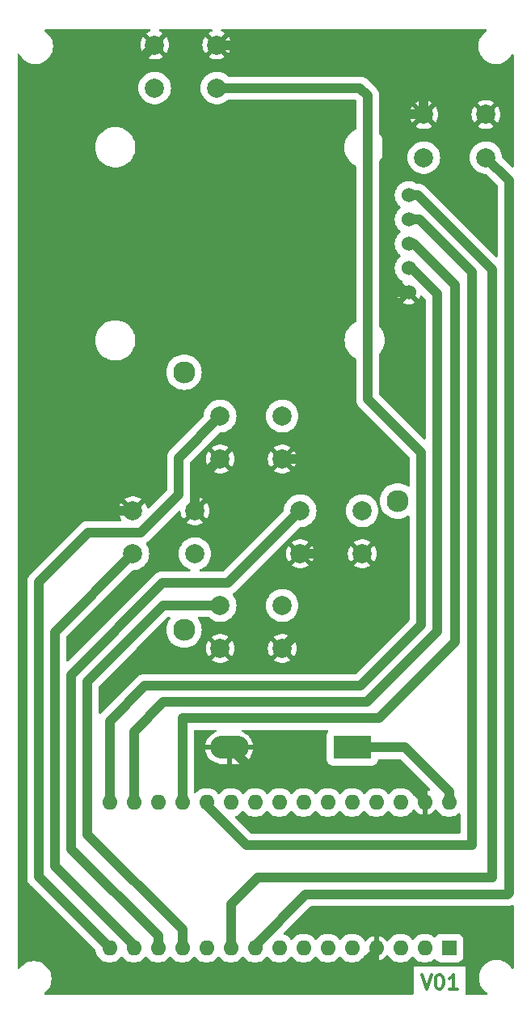
<source format=gbr>
%TF.GenerationSoftware,KiCad,Pcbnew,8.0.2*%
%TF.CreationDate,2024-05-07T20:43:21+01:00*%
%TF.ProjectId,Left_Controller_PCB_Bluetooth,4c656674-5f43-46f6-9e74-726f6c6c6572,V01*%
%TF.SameCoordinates,Original*%
%TF.FileFunction,Copper,L1,Top*%
%TF.FilePolarity,Positive*%
%FSLAX46Y46*%
G04 Gerber Fmt 4.6, Leading zero omitted, Abs format (unit mm)*
G04 Created by KiCad (PCBNEW 8.0.2) date 2024-05-07 20:43:21*
%MOMM*%
%LPD*%
G01*
G04 APERTURE LIST*
%ADD10C,0.300000*%
%TA.AperFunction,NonConductor*%
%ADD11C,0.300000*%
%TD*%
%TA.AperFunction,ComponentPad*%
%ADD12C,1.524000*%
%TD*%
%TA.AperFunction,ComponentPad*%
%ADD13C,2.000000*%
%TD*%
%TA.AperFunction,ComponentPad*%
%ADD14R,1.600000X1.600000*%
%TD*%
%TA.AperFunction,ComponentPad*%
%ADD15O,1.600000X1.600000*%
%TD*%
%TA.AperFunction,WasherPad*%
%ADD16C,2.300000*%
%TD*%
%TA.AperFunction,ComponentPad*%
%ADD17R,4.020000X2.410000*%
%TD*%
%TA.AperFunction,ComponentPad*%
%ADD18O,4.020000X2.410000*%
%TD*%
%TA.AperFunction,Conductor*%
%ADD19C,1.000000*%
%TD*%
G04 APERTURE END LIST*
D10*
D11*
X159852225Y-146382828D02*
X160352225Y-147882828D01*
X160352225Y-147882828D02*
X160852225Y-146382828D01*
X161637939Y-146382828D02*
X161780796Y-146382828D01*
X161780796Y-146382828D02*
X161923653Y-146454257D01*
X161923653Y-146454257D02*
X161995082Y-146525685D01*
X161995082Y-146525685D02*
X162066510Y-146668542D01*
X162066510Y-146668542D02*
X162137939Y-146954257D01*
X162137939Y-146954257D02*
X162137939Y-147311400D01*
X162137939Y-147311400D02*
X162066510Y-147597114D01*
X162066510Y-147597114D02*
X161995082Y-147739971D01*
X161995082Y-147739971D02*
X161923653Y-147811400D01*
X161923653Y-147811400D02*
X161780796Y-147882828D01*
X161780796Y-147882828D02*
X161637939Y-147882828D01*
X161637939Y-147882828D02*
X161495082Y-147811400D01*
X161495082Y-147811400D02*
X161423653Y-147739971D01*
X161423653Y-147739971D02*
X161352224Y-147597114D01*
X161352224Y-147597114D02*
X161280796Y-147311400D01*
X161280796Y-147311400D02*
X161280796Y-146954257D01*
X161280796Y-146954257D02*
X161352224Y-146668542D01*
X161352224Y-146668542D02*
X161423653Y-146525685D01*
X161423653Y-146525685D02*
X161495082Y-146454257D01*
X161495082Y-146454257D02*
X161637939Y-146382828D01*
X163566510Y-147882828D02*
X162709367Y-147882828D01*
X163137938Y-147882828D02*
X163137938Y-146382828D01*
X163137938Y-146382828D02*
X162995081Y-146597114D01*
X162995081Y-146597114D02*
X162852224Y-146739971D01*
X162852224Y-146739971D02*
X162709367Y-146811400D01*
D12*
%TO.P,JoystickL1,1,GND*%
%TO.N,GND*%
X158498800Y-75021932D03*
%TO.P,JoystickL1,2,+5V*%
%TO.N,+3.3V*%
X158498800Y-72481932D03*
%TO.P,JoystickL1,3,VRX*%
%TO.N,/Analog_X_L*%
X158498800Y-69941932D03*
%TO.P,JoystickL1,4,VRY*%
%TO.N,/Analog_Y_L*%
X158498800Y-67401932D03*
%TO.P,JoystickL1,5,SW*%
%TO.N,/SEL_JOY_L*%
X158498800Y-64861932D03*
%TD*%
D13*
%TO.P,SEL_L1,1,1*%
%TO.N,/SEL_L*%
X166572000Y-60924000D03*
X160072000Y-60924000D03*
%TO.P,SEL_L1,2,2*%
%TO.N,GND*%
X166572000Y-56424000D03*
X160072000Y-56424000D03*
%TD*%
%TO.P,DOWN1,1,1*%
%TO.N,/DOWN*%
X138738800Y-107768000D03*
X145238800Y-107768000D03*
%TO.P,DOWN1,2,2*%
%TO.N,GND*%
X138738800Y-112268000D03*
X145238800Y-112268000D03*
%TD*%
%TO.P,LEFT1,1,1*%
%TO.N,GND*%
X129594800Y-97862000D03*
X136094800Y-97862000D03*
%TO.P,LEFT1,2,2*%
%TO.N,/LEFT*%
X129594800Y-102362000D03*
X136094800Y-102362000D03*
%TD*%
%TO.P,LEFT_SHOULDER1,1,1*%
%TO.N,/LEFT_SHOULDER*%
X138380800Y-53649932D03*
X131880800Y-53649932D03*
%TO.P,LEFT_SHOULDER1,2,2*%
%TO.N,GND*%
X138380800Y-49149932D03*
X131880800Y-49149932D03*
%TD*%
%TO.P,RIGHT1,1,1*%
%TO.N,/RIGHT*%
X147120800Y-97862000D03*
X153620800Y-97862000D03*
%TO.P,RIGHT1,2,2*%
%TO.N,GND*%
X147120800Y-102362000D03*
X153620800Y-102362000D03*
%TD*%
%TO.P,UP1,1,1*%
%TO.N,/UP*%
X138738800Y-87956000D03*
X145238800Y-87956000D03*
%TO.P,UP1,2,2*%
%TO.N,GND*%
X138738800Y-92456000D03*
X145238800Y-92456000D03*
%TD*%
D14*
%TO.P,CentralBoard1,1,D1/TX*%
%TO.N,unconnected-(CentralBoard1-D1{slash}TX-Pad1)*%
X162712400Y-143611600D03*
D15*
%TO.P,CentralBoard1,2,D0/RX*%
%TO.N,unconnected-(CentralBoard1-D0{slash}RX-Pad2)*%
X160172400Y-143611600D03*
%TO.P,CentralBoard1,3,~{RESET}*%
%TO.N,unconnected-(CentralBoard1-~{RESET}-Pad3)*%
X157632400Y-143611600D03*
%TO.P,CentralBoard1,4,GND*%
%TO.N,GND*%
X155092400Y-143611600D03*
%TO.P,CentralBoard1,5,D2*%
%TO.N,unconnected-(CentralBoard1-D2-Pad5)*%
X152552400Y-143611600D03*
%TO.P,CentralBoard1,6,D3*%
%TO.N,unconnected-(CentralBoard1-D3-Pad6)*%
X150012400Y-143611600D03*
%TO.P,CentralBoard1,7,D4*%
%TO.N,unconnected-(CentralBoard1-D4-Pad7)*%
X147472400Y-143611600D03*
%TO.P,CentralBoard1,8,D5*%
%TO.N,unconnected-(CentralBoard1-D5-Pad8)*%
X144932400Y-143611600D03*
%TO.P,CentralBoard1,9,D6*%
%TO.N,/SEL_L*%
X142392400Y-143611600D03*
%TO.P,CentralBoard1,10,D7*%
%TO.N,/SEL_JOY_L*%
X139852400Y-143611600D03*
%TO.P,CentralBoard1,11,D8*%
%TO.N,unconnected-(CentralBoard1-D8-Pad11)*%
X137312400Y-143611600D03*
%TO.P,CentralBoard1,12,D9*%
%TO.N,/DOWN*%
X134772400Y-143611600D03*
%TO.P,CentralBoard1,13,D10*%
%TO.N,/RIGHT*%
X132232400Y-143611600D03*
%TO.P,CentralBoard1,14,D11*%
%TO.N,/LEFT*%
X129692400Y-143611600D03*
%TO.P,CentralBoard1,15,D12*%
%TO.N,/UP*%
X127152400Y-143611600D03*
%TO.P,CentralBoard1,16,D13*%
%TO.N,/LEFT_SHOULDER*%
X127152400Y-128371600D03*
%TO.P,CentralBoard1,17,3V3*%
%TO.N,+3.3V*%
X129692400Y-128371600D03*
%TO.P,CentralBoard1,18,AREF*%
%TO.N,unconnected-(CentralBoard1-AREF-Pad18)*%
X132232400Y-128371600D03*
%TO.P,CentralBoard1,19,A0*%
%TO.N,/Analog_X_L*%
X134772400Y-128371600D03*
%TO.P,CentralBoard1,20,A1*%
%TO.N,/Analog_Y_L*%
X137312400Y-128371600D03*
%TO.P,CentralBoard1,21,A2*%
%TO.N,unconnected-(CentralBoard1-A2-Pad21)*%
X139852400Y-128371600D03*
%TO.P,CentralBoard1,22,A3*%
%TO.N,unconnected-(CentralBoard1-A3-Pad22)*%
X142392400Y-128371600D03*
%TO.P,CentralBoard1,23,A4*%
%TO.N,unconnected-(CentralBoard1-A4-Pad23)*%
X144932400Y-128371600D03*
%TO.P,CentralBoard1,24,A5*%
%TO.N,unconnected-(CentralBoard1-A5-Pad24)*%
X147472400Y-128371600D03*
%TO.P,CentralBoard1,25,A6*%
%TO.N,unconnected-(CentralBoard1-A6-Pad25)*%
X150012400Y-128371600D03*
%TO.P,CentralBoard1,26,A7*%
%TO.N,unconnected-(CentralBoard1-A7-Pad26)*%
X152552400Y-128371600D03*
%TO.P,CentralBoard1,27,+5V*%
%TO.N,unconnected-(CentralBoard1-+5V-Pad27)*%
X155092400Y-128371600D03*
%TO.P,CentralBoard1,28,~{RESET}*%
%TO.N,unconnected-(CentralBoard1-~{RESET}-Pad28)*%
X157632400Y-128371600D03*
%TO.P,CentralBoard1,29,GND*%
%TO.N,GND*%
X160172400Y-128371600D03*
%TO.P,CentralBoard1,30,VIN*%
%TO.N,+9V*%
X162712400Y-128371600D03*
%TD*%
D16*
%TO.P,BAT9V1,*%
%TO.N,*%
X134960000Y-110336068D03*
X157310000Y-96846068D03*
X134960000Y-83366068D03*
D17*
%TO.P,BAT9V1,1,+*%
%TO.N,+9V*%
X152580000Y-122626068D03*
D18*
%TO.P,BAT9V1,2,-*%
%TO.N,GND*%
X139700000Y-122626068D03*
%TD*%
D19*
%TO.N,+9V*%
X162712400Y-127240230D02*
X162712400Y-128371600D01*
X152580000Y-122626068D02*
X158098238Y-122626068D01*
X158098238Y-122626068D02*
X162712400Y-127240230D01*
%TO.N,GND*%
X148844000Y-102362000D02*
X147120800Y-102362000D01*
X126644400Y-147980400D02*
X118008400Y-139344400D01*
X150368000Y-100838000D02*
X148844000Y-102362000D01*
X148336000Y-92456000D02*
X150368000Y-94488000D01*
X150368000Y-107138800D02*
X150368000Y-103886000D01*
X158498800Y-75021932D02*
X157228800Y-75021932D01*
X136094800Y-95100000D02*
X138738800Y-92456000D01*
X118008400Y-103987600D02*
X122176800Y-99819200D01*
X157228800Y-75021932D02*
X156210000Y-74003132D01*
X155092400Y-143900028D02*
X151012028Y-147980400D01*
X158073228Y-125984000D02*
X160172400Y-128083172D01*
X157099932Y-49149932D02*
X138380800Y-49149932D01*
X156718000Y-56388000D02*
X160036000Y-56388000D01*
X139700000Y-122626068D02*
X143057932Y-125984000D01*
X156210000Y-74003132D02*
X156210000Y-56896000D01*
X156210000Y-56896000D02*
X156718000Y-56388000D01*
X150368000Y-103886000D02*
X148844000Y-102362000D01*
X124134000Y-97862000D02*
X122176800Y-99819200D01*
X145238800Y-92456000D02*
X148336000Y-92456000D01*
X160036000Y-56388000D02*
X160072000Y-56424000D01*
X145238800Y-112268000D02*
X150368000Y-107138800D01*
X151012028Y-147980400D02*
X126644400Y-147980400D01*
X118008400Y-139344400D02*
X118008400Y-103987600D01*
X155092400Y-143611600D02*
X155092400Y-143900028D01*
X143057932Y-125984000D02*
X158073228Y-125984000D01*
X160072000Y-52122000D02*
X157099932Y-49149932D01*
X150368000Y-94488000D02*
X150368000Y-100838000D01*
X122176800Y-58853932D02*
X131880800Y-49149932D01*
X160172400Y-128083172D02*
X160172400Y-128371600D01*
X136094800Y-97862000D02*
X136094800Y-95100000D01*
X122176800Y-99819200D02*
X122176800Y-58853932D01*
X160072000Y-56424000D02*
X160072000Y-52122000D01*
X129594800Y-97862000D02*
X124134000Y-97862000D01*
%TO.N,/LEFT_SHOULDER*%
X127152400Y-119848005D02*
X127152400Y-128371600D01*
X154180800Y-54447932D02*
X154180800Y-86197932D01*
X153409132Y-116179600D02*
X130820805Y-116179600D01*
X130820805Y-116179600D02*
X127152400Y-119848005D01*
X159768800Y-91785932D02*
X159768800Y-109819932D01*
X154180800Y-86197932D02*
X159768800Y-91785932D01*
X153382800Y-53649932D02*
X154180800Y-54447932D01*
X138380800Y-53649932D02*
X153382800Y-53649932D01*
X127203200Y-128320800D02*
X127152400Y-128371600D01*
X159768800Y-109819932D02*
X153409132Y-116179600D01*
%TO.N,/UP*%
X124882000Y-100162000D02*
X130406070Y-100162000D01*
X134366000Y-96202070D02*
X134366000Y-92328800D01*
X119708400Y-136167600D02*
X119708400Y-105335600D01*
X119708400Y-105335600D02*
X124882000Y-100162000D01*
X127152400Y-143611600D02*
X119708400Y-136167600D01*
X134366000Y-92328800D02*
X138738800Y-87956000D01*
X130406070Y-100162000D02*
X134366000Y-96202070D01*
%TO.N,/Analog_X_L*%
X134772400Y-119579600D02*
X134772400Y-128371600D01*
X155343132Y-119579600D02*
X134772400Y-119579600D01*
X158498800Y-69941932D02*
X158264112Y-69941932D01*
X158498800Y-69941932D02*
X159006800Y-69941932D01*
X163324800Y-74259932D02*
X163324800Y-111597932D01*
X159006800Y-69941932D02*
X163324800Y-74259932D01*
X163324800Y-111597932D02*
X155343132Y-119579600D01*
%TO.N,/Analog_Y_L*%
X165102800Y-72928302D02*
X165102800Y-132842000D01*
X137312400Y-128660028D02*
X137312400Y-128371600D01*
X158498800Y-67401932D02*
X159576430Y-67401932D01*
X165102800Y-132842000D02*
X141494372Y-132842000D01*
X159576430Y-67401932D02*
X165102800Y-72928302D01*
X141494372Y-132842000D02*
X137312400Y-128660028D01*
%TO.N,/LEFT*%
X121408400Y-135039172D02*
X121408400Y-110548400D01*
X129692400Y-143323172D02*
X121408400Y-135039172D01*
X129692400Y-143611600D02*
X129692400Y-143323172D01*
X121408400Y-110548400D02*
X129594800Y-102362000D01*
%TO.N,/DOWN*%
X124815600Y-115722400D02*
X124815600Y-131724400D01*
X132770000Y-107768000D02*
X124815600Y-115722400D01*
X138738800Y-107768000D02*
X132770000Y-107768000D01*
X124815600Y-131724400D02*
X134772400Y-141681200D01*
X134772400Y-141681200D02*
X134772400Y-143611600D01*
%TO.N,/RIGHT*%
X132232400Y-142348489D02*
X123108400Y-133224489D01*
X123108400Y-115025437D02*
X132723837Y-105410000D01*
X132723837Y-105410000D02*
X139572800Y-105410000D01*
X123108400Y-133224489D02*
X123108400Y-115025437D01*
X139572800Y-105410000D02*
X147120800Y-97862000D01*
X132232400Y-143611600D02*
X132232400Y-142348489D01*
%TO.N,/SEL_JOY_L*%
X139852400Y-139039600D02*
X139852400Y-143611600D01*
X159440594Y-64861932D02*
X167222800Y-72644138D01*
X167222800Y-136235932D02*
X142656068Y-136235932D01*
X167222800Y-72644138D02*
X167222800Y-136235932D01*
X158498800Y-64861932D02*
X159440594Y-64861932D01*
X142656068Y-136235932D02*
X139852400Y-139039600D01*
%TO.N,+3.3V*%
X154113296Y-117879600D02*
X132767600Y-117879600D01*
X161468800Y-110524096D02*
X154113296Y-117879600D01*
X158498800Y-72481932D02*
X158733488Y-72481932D01*
X132767600Y-117879600D02*
X129692400Y-120954800D01*
X161468800Y-75217244D02*
X161468800Y-110524096D01*
X158733488Y-72481932D02*
X161468800Y-75217244D01*
X129692400Y-120954800D02*
X129692400Y-128371600D01*
%TO.N,/SEL_L*%
X169000000Y-137812298D02*
X168808366Y-138003932D01*
X169000000Y-63352000D02*
X169000000Y-137812298D01*
X166572000Y-60924000D02*
X169000000Y-63352000D01*
X168808366Y-138003932D02*
X147711640Y-138003932D01*
X142392400Y-143323172D02*
X142392400Y-143611600D01*
X147711640Y-138003932D02*
X142392400Y-143323172D01*
%TD*%
%TA.AperFunction,Conductor*%
%TO.N,GND*%
G36*
X131389722Y-47520185D02*
G01*
X131435477Y-47572989D01*
X131445421Y-47642147D01*
X131416396Y-47705703D01*
X131362946Y-47741781D01*
X131276196Y-47771562D01*
X131276190Y-47771564D01*
X131057561Y-47889881D01*
X131010742Y-47926320D01*
X131010742Y-47926322D01*
X131710565Y-48626144D01*
X131668508Y-48637414D01*
X131543092Y-48709822D01*
X131440690Y-48812224D01*
X131368282Y-48937640D01*
X131357012Y-48979696D01*
X130657364Y-48280048D01*
X130557067Y-48433564D01*
X130457212Y-48661214D01*
X130396187Y-48902193D01*
X130396185Y-48902202D01*
X130375659Y-49149926D01*
X130375659Y-49149937D01*
X130396185Y-49397661D01*
X130396187Y-49397670D01*
X130457212Y-49638649D01*
X130557066Y-49866296D01*
X130657364Y-50019814D01*
X131357012Y-49320166D01*
X131368282Y-49362224D01*
X131440690Y-49487640D01*
X131543092Y-49590042D01*
X131668508Y-49662450D01*
X131710565Y-49673719D01*
X131010742Y-50373541D01*
X131057568Y-50409987D01*
X131057570Y-50409988D01*
X131276185Y-50528296D01*
X131276196Y-50528301D01*
X131511306Y-50609015D01*
X131756507Y-50649932D01*
X132005093Y-50649932D01*
X132250293Y-50609015D01*
X132485403Y-50528301D01*
X132485414Y-50528296D01*
X132704028Y-50409989D01*
X132704031Y-50409987D01*
X132750856Y-50373541D01*
X132051034Y-49673719D01*
X132093092Y-49662450D01*
X132218508Y-49590042D01*
X132320910Y-49487640D01*
X132393318Y-49362224D01*
X132404587Y-49320167D01*
X133104234Y-50019814D01*
X133204531Y-49866301D01*
X133304387Y-49638649D01*
X133365412Y-49397670D01*
X133365414Y-49397661D01*
X133385941Y-49149937D01*
X133385941Y-49149926D01*
X133365414Y-48902202D01*
X133365412Y-48902193D01*
X133304387Y-48661214D01*
X133204531Y-48433562D01*
X133104234Y-48280048D01*
X132404587Y-48979696D01*
X132393318Y-48937640D01*
X132320910Y-48812224D01*
X132218508Y-48709822D01*
X132093092Y-48637414D01*
X132051035Y-48626144D01*
X132750857Y-47926322D01*
X132750856Y-47926321D01*
X132704029Y-47889875D01*
X132485414Y-47771567D01*
X132485403Y-47771562D01*
X132398654Y-47741781D01*
X132341639Y-47701395D01*
X132315508Y-47636596D01*
X132328560Y-47567956D01*
X132376648Y-47517268D01*
X132438917Y-47500500D01*
X137822683Y-47500500D01*
X137889722Y-47520185D01*
X137935477Y-47572989D01*
X137945421Y-47642147D01*
X137916396Y-47705703D01*
X137862946Y-47741781D01*
X137776196Y-47771562D01*
X137776190Y-47771564D01*
X137557561Y-47889881D01*
X137510742Y-47926320D01*
X137510742Y-47926322D01*
X138210565Y-48626144D01*
X138168508Y-48637414D01*
X138043092Y-48709822D01*
X137940690Y-48812224D01*
X137868282Y-48937640D01*
X137857012Y-48979696D01*
X137157364Y-48280048D01*
X137057067Y-48433564D01*
X136957212Y-48661214D01*
X136896187Y-48902193D01*
X136896185Y-48902202D01*
X136875659Y-49149926D01*
X136875659Y-49149937D01*
X136896185Y-49397661D01*
X136896187Y-49397670D01*
X136957212Y-49638649D01*
X137057066Y-49866296D01*
X137157364Y-50019814D01*
X137857012Y-49320166D01*
X137868282Y-49362224D01*
X137940690Y-49487640D01*
X138043092Y-49590042D01*
X138168508Y-49662450D01*
X138210565Y-49673719D01*
X137510742Y-50373541D01*
X137557568Y-50409987D01*
X137557570Y-50409988D01*
X137776185Y-50528296D01*
X137776196Y-50528301D01*
X138011306Y-50609015D01*
X138256507Y-50649932D01*
X138505093Y-50649932D01*
X138750293Y-50609015D01*
X138985403Y-50528301D01*
X138985414Y-50528296D01*
X139204028Y-50409989D01*
X139204031Y-50409987D01*
X139250856Y-50373541D01*
X138551034Y-49673719D01*
X138593092Y-49662450D01*
X138718508Y-49590042D01*
X138820910Y-49487640D01*
X138893318Y-49362224D01*
X138904587Y-49320167D01*
X139604234Y-50019814D01*
X139704531Y-49866301D01*
X139804387Y-49638649D01*
X139865412Y-49397670D01*
X139865414Y-49397661D01*
X139885941Y-49149937D01*
X139885941Y-49149926D01*
X139865414Y-48902202D01*
X139865412Y-48902193D01*
X139804387Y-48661214D01*
X139704531Y-48433562D01*
X139604234Y-48280048D01*
X138904587Y-48979696D01*
X138893318Y-48937640D01*
X138820910Y-48812224D01*
X138718508Y-48709822D01*
X138593092Y-48637414D01*
X138551035Y-48626144D01*
X139250857Y-47926322D01*
X139250856Y-47926321D01*
X139204029Y-47889875D01*
X138985414Y-47771567D01*
X138985403Y-47771562D01*
X138898654Y-47741781D01*
X138841639Y-47701395D01*
X138815508Y-47636596D01*
X138828560Y-47567956D01*
X138876648Y-47517268D01*
X138938917Y-47500500D01*
X166551483Y-47500500D01*
X166618522Y-47520185D01*
X166664277Y-47572989D01*
X166674221Y-47642147D01*
X166645196Y-47705703D01*
X166613483Y-47731885D01*
X166610976Y-47733333D01*
X166609707Y-47734066D01*
X166417263Y-47881733D01*
X166417256Y-47881739D01*
X166245739Y-48053256D01*
X166245733Y-48053263D01*
X166098067Y-48245706D01*
X165976777Y-48455785D01*
X165976773Y-48455794D01*
X165883947Y-48679895D01*
X165821161Y-48914214D01*
X165789500Y-49154711D01*
X165789500Y-49154712D01*
X165789500Y-49397288D01*
X165821162Y-49637789D01*
X165827770Y-49662450D01*
X165883947Y-49872104D01*
X165945131Y-50019814D01*
X165976776Y-50096212D01*
X166098064Y-50306289D01*
X166098066Y-50306292D01*
X166098067Y-50306293D01*
X166245733Y-50498736D01*
X166245739Y-50498743D01*
X166417256Y-50670260D01*
X166417262Y-50670265D01*
X166609711Y-50817936D01*
X166819788Y-50939224D01*
X167043900Y-51032054D01*
X167278211Y-51094838D01*
X167458586Y-51118584D01*
X167518711Y-51126500D01*
X167518712Y-51126500D01*
X167761289Y-51126500D01*
X167809388Y-51120167D01*
X168001789Y-51094838D01*
X168236100Y-51032054D01*
X168460212Y-50939224D01*
X168670289Y-50817936D01*
X168862738Y-50670265D01*
X169034265Y-50498738D01*
X169181936Y-50306289D01*
X169268114Y-50157023D01*
X169318680Y-50108809D01*
X169387287Y-50095586D01*
X169452152Y-50121554D01*
X169492680Y-50178469D01*
X169499500Y-50219025D01*
X169499500Y-61854374D01*
X169479815Y-61921413D01*
X169427011Y-61967168D01*
X169357853Y-61977112D01*
X169294297Y-61948087D01*
X169287819Y-61942055D01*
X168310409Y-60964646D01*
X168276924Y-60903323D01*
X168274438Y-60886240D01*
X168258222Y-60669843D01*
X168201508Y-60421363D01*
X168108393Y-60184112D01*
X167980959Y-59963388D01*
X167822050Y-59764123D01*
X167635217Y-59590768D01*
X167424634Y-59447195D01*
X167424630Y-59447193D01*
X167424627Y-59447191D01*
X167424626Y-59447190D01*
X167195006Y-59336612D01*
X167195008Y-59336612D01*
X166951466Y-59261489D01*
X166951462Y-59261488D01*
X166951458Y-59261487D01*
X166830231Y-59243214D01*
X166699440Y-59223500D01*
X166699435Y-59223500D01*
X166444565Y-59223500D01*
X166444559Y-59223500D01*
X166287609Y-59247157D01*
X166192542Y-59261487D01*
X166192539Y-59261488D01*
X166192533Y-59261489D01*
X165948992Y-59336612D01*
X165719373Y-59447190D01*
X165719372Y-59447191D01*
X165508782Y-59590768D01*
X165321952Y-59764121D01*
X165321950Y-59764123D01*
X165163041Y-59963388D01*
X165035608Y-60184109D01*
X164942492Y-60421362D01*
X164942490Y-60421369D01*
X164885777Y-60669845D01*
X164866732Y-60923995D01*
X164866732Y-60924004D01*
X164885777Y-61178154D01*
X164938840Y-61410640D01*
X164942492Y-61426637D01*
X165035607Y-61663888D01*
X165163041Y-61884612D01*
X165321950Y-62083877D01*
X165508783Y-62257232D01*
X165719366Y-62400805D01*
X165719371Y-62400807D01*
X165719372Y-62400808D01*
X165719373Y-62400809D01*
X165841328Y-62459538D01*
X165948992Y-62511387D01*
X165948993Y-62511387D01*
X165948996Y-62511389D01*
X166192542Y-62586513D01*
X166444565Y-62624500D01*
X166523374Y-62624500D01*
X166590413Y-62644185D01*
X166611055Y-62660819D01*
X167763181Y-63812944D01*
X167796666Y-63874267D01*
X167799500Y-63900625D01*
X167799500Y-71223712D01*
X167779815Y-71290751D01*
X167727011Y-71336506D01*
X167657853Y-71346450D01*
X167594297Y-71317425D01*
X167587819Y-71311393D01*
X160222670Y-63946244D01*
X160222668Y-63946242D01*
X160069793Y-63835172D01*
X160026168Y-63812944D01*
X159901430Y-63749386D01*
X159721712Y-63690991D01*
X159535080Y-63661432D01*
X159535075Y-63661432D01*
X159380063Y-63661432D01*
X159313024Y-63641747D01*
X159303903Y-63635287D01*
X159301454Y-63633381D01*
X159301447Y-63633376D01*
X159088299Y-63518027D01*
X159088296Y-63518026D01*
X159088293Y-63518024D01*
X159088287Y-63518022D01*
X159088285Y-63518021D01*
X158859056Y-63439325D01*
X158679752Y-63409405D01*
X158619986Y-63399432D01*
X158377614Y-63399432D01*
X158329800Y-63407410D01*
X158138543Y-63439325D01*
X157909314Y-63518021D01*
X157909300Y-63518027D01*
X157696149Y-63633378D01*
X157696138Y-63633385D01*
X157504887Y-63782242D01*
X157504884Y-63782245D01*
X157340724Y-63960569D01*
X157208161Y-64163473D01*
X157110801Y-64385433D01*
X157051303Y-64620383D01*
X157051301Y-64620395D01*
X157031288Y-64861926D01*
X157031288Y-64861937D01*
X157051301Y-65103468D01*
X157051303Y-65103480D01*
X157110801Y-65338430D01*
X157208161Y-65560390D01*
X157340724Y-65763294D01*
X157340727Y-65763297D01*
X157504881Y-65941616D01*
X157564627Y-65988118D01*
X157623677Y-66034079D01*
X157664490Y-66090789D01*
X157668164Y-66160562D01*
X157633532Y-66221245D01*
X157623677Y-66229785D01*
X157504883Y-66322246D01*
X157340724Y-66500569D01*
X157208161Y-66703473D01*
X157110801Y-66925433D01*
X157051303Y-67160383D01*
X157051301Y-67160395D01*
X157031288Y-67401926D01*
X157031288Y-67401937D01*
X157051301Y-67643468D01*
X157051303Y-67643480D01*
X157110801Y-67878430D01*
X157208161Y-68100390D01*
X157340724Y-68303294D01*
X157340727Y-68303297D01*
X157504881Y-68481616D01*
X157564627Y-68528118D01*
X157623677Y-68574079D01*
X157664490Y-68630789D01*
X157668164Y-68700562D01*
X157633532Y-68761245D01*
X157623677Y-68769785D01*
X157504883Y-68862246D01*
X157340724Y-69040569D01*
X157208161Y-69243473D01*
X157110801Y-69465433D01*
X157051303Y-69700383D01*
X157051301Y-69700395D01*
X157031288Y-69941926D01*
X157031288Y-69941937D01*
X157051301Y-70183468D01*
X157051303Y-70183480D01*
X157110801Y-70418430D01*
X157208161Y-70640390D01*
X157340724Y-70843294D01*
X157340727Y-70843297D01*
X157504881Y-71021616D01*
X157564627Y-71068118D01*
X157623677Y-71114079D01*
X157664490Y-71170789D01*
X157668164Y-71240562D01*
X157633532Y-71301245D01*
X157623677Y-71309785D01*
X157504883Y-71402246D01*
X157340724Y-71580569D01*
X157208161Y-71783473D01*
X157110801Y-72005433D01*
X157051303Y-72240383D01*
X157051301Y-72240395D01*
X157031288Y-72481926D01*
X157031288Y-72481937D01*
X157051301Y-72723468D01*
X157051303Y-72723480D01*
X157110801Y-72958430D01*
X157208161Y-73180390D01*
X157340724Y-73383294D01*
X157340727Y-73383297D01*
X157504881Y-73561616D01*
X157504884Y-73561618D01*
X157504887Y-73561621D01*
X157696138Y-73710478D01*
X157696148Y-73710485D01*
X157744428Y-73736612D01*
X157787775Y-73760070D01*
X157837366Y-73809289D01*
X157852474Y-73877505D01*
X157828304Y-73943061D01*
X157800630Y-73969971D01*
X157800610Y-73970189D01*
X158311010Y-74480589D01*
X158278209Y-74489379D01*
X158147891Y-74564619D01*
X158041487Y-74671023D01*
X157966247Y-74801341D01*
X157957457Y-74834142D01*
X157447058Y-74323743D01*
X157401701Y-74388522D01*
X157308379Y-74588652D01*
X157308375Y-74588661D01*
X157251226Y-74801945D01*
X157251224Y-74801955D01*
X157231979Y-75021931D01*
X157231979Y-75021932D01*
X157251224Y-75241908D01*
X157251226Y-75241918D01*
X157308375Y-75455202D01*
X157308380Y-75455216D01*
X157401698Y-75655337D01*
X157401701Y-75655343D01*
X157447058Y-75720119D01*
X157447059Y-75720120D01*
X157957457Y-75209721D01*
X157966247Y-75242523D01*
X158041487Y-75372841D01*
X158147891Y-75479245D01*
X158278209Y-75554485D01*
X158311010Y-75563274D01*
X157800610Y-76073672D01*
X157865390Y-76119031D01*
X157865392Y-76119032D01*
X158065515Y-76212351D01*
X158065529Y-76212356D01*
X158278813Y-76269505D01*
X158278823Y-76269507D01*
X158498799Y-76288753D01*
X158498801Y-76288753D01*
X158718776Y-76269507D01*
X158718786Y-76269505D01*
X158932070Y-76212356D01*
X158932084Y-76212351D01*
X159132207Y-76119032D01*
X159132217Y-76119026D01*
X159196988Y-76073673D01*
X158686589Y-75563274D01*
X158719391Y-75554485D01*
X158849709Y-75479245D01*
X158956113Y-75372841D01*
X159031353Y-75242523D01*
X159040142Y-75209721D01*
X159550541Y-75720120D01*
X159595894Y-75655349D01*
X159595900Y-75655339D01*
X159689219Y-75455216D01*
X159689222Y-75455208D01*
X159701210Y-75410465D01*
X159737574Y-75350804D01*
X159800420Y-75320273D01*
X159869796Y-75328567D01*
X159908667Y-75354875D01*
X160231981Y-75678189D01*
X160265466Y-75739512D01*
X160268300Y-75765870D01*
X160268300Y-90288306D01*
X160248615Y-90355345D01*
X160195811Y-90401100D01*
X160126653Y-90411044D01*
X160063097Y-90382019D01*
X160056619Y-90375987D01*
X155417619Y-85736987D01*
X155384134Y-85675664D01*
X155381300Y-85649306D01*
X155381300Y-81551450D01*
X155400985Y-81484411D01*
X155414677Y-81466813D01*
X155504507Y-81370630D01*
X155513239Y-81361280D01*
X155678951Y-81126518D01*
X155811154Y-80871379D01*
X155907384Y-80600614D01*
X155965848Y-80319268D01*
X155985458Y-80032582D01*
X155965848Y-79745896D01*
X155907384Y-79464550D01*
X155811155Y-79193788D01*
X155811156Y-79193788D01*
X155678951Y-78938646D01*
X155513237Y-78703881D01*
X155414676Y-78598348D01*
X155383305Y-78535918D01*
X155381300Y-78513712D01*
X155381300Y-61380093D01*
X155400985Y-61313054D01*
X155414677Y-61295456D01*
X155503237Y-61200632D01*
X155503236Y-61200632D01*
X155503239Y-61200630D01*
X155668951Y-60965868D01*
X155690648Y-60923995D01*
X158366732Y-60923995D01*
X158366732Y-60924004D01*
X158385777Y-61178154D01*
X158438840Y-61410640D01*
X158442492Y-61426637D01*
X158535607Y-61663888D01*
X158663041Y-61884612D01*
X158821950Y-62083877D01*
X159008783Y-62257232D01*
X159219366Y-62400805D01*
X159219371Y-62400807D01*
X159219372Y-62400808D01*
X159219373Y-62400809D01*
X159341328Y-62459538D01*
X159448992Y-62511387D01*
X159448993Y-62511387D01*
X159448996Y-62511389D01*
X159692542Y-62586513D01*
X159944565Y-62624500D01*
X160199435Y-62624500D01*
X160451458Y-62586513D01*
X160695004Y-62511389D01*
X160924634Y-62400805D01*
X161135217Y-62257232D01*
X161322050Y-62083877D01*
X161480959Y-61884612D01*
X161608393Y-61663888D01*
X161701508Y-61426637D01*
X161758222Y-61178157D01*
X161766384Y-61069232D01*
X161777268Y-60924004D01*
X161777268Y-60923995D01*
X161758222Y-60669845D01*
X161705754Y-60439969D01*
X161701508Y-60421363D01*
X161608393Y-60184112D01*
X161480959Y-59963388D01*
X161322050Y-59764123D01*
X161135217Y-59590768D01*
X160924634Y-59447195D01*
X160924630Y-59447193D01*
X160924627Y-59447191D01*
X160924626Y-59447190D01*
X160695006Y-59336612D01*
X160695008Y-59336612D01*
X160451466Y-59261489D01*
X160451462Y-59261488D01*
X160451458Y-59261487D01*
X160330231Y-59243214D01*
X160199440Y-59223500D01*
X160199435Y-59223500D01*
X159944565Y-59223500D01*
X159944559Y-59223500D01*
X159787609Y-59247157D01*
X159692542Y-59261487D01*
X159692539Y-59261488D01*
X159692533Y-59261489D01*
X159448992Y-59336612D01*
X159219373Y-59447190D01*
X159219372Y-59447191D01*
X159008782Y-59590768D01*
X158821952Y-59764121D01*
X158821950Y-59764123D01*
X158663041Y-59963388D01*
X158535608Y-60184109D01*
X158442492Y-60421362D01*
X158442490Y-60421369D01*
X158385777Y-60669845D01*
X158366732Y-60923995D01*
X155690648Y-60923995D01*
X155801154Y-60710729D01*
X155897384Y-60439964D01*
X155955848Y-60158618D01*
X155975458Y-59871932D01*
X155955848Y-59585246D01*
X155897384Y-59303900D01*
X155882310Y-59261487D01*
X155801155Y-59033138D01*
X155801156Y-59033138D01*
X155668951Y-58777996D01*
X155503237Y-58543231D01*
X155414676Y-58448405D01*
X155383304Y-58385975D01*
X155381300Y-58363769D01*
X155381300Y-56423994D01*
X158566859Y-56423994D01*
X158566859Y-56424005D01*
X158587385Y-56671729D01*
X158587387Y-56671738D01*
X158648412Y-56912717D01*
X158748266Y-57140364D01*
X158848564Y-57293882D01*
X159548212Y-56594234D01*
X159559482Y-56636292D01*
X159631890Y-56761708D01*
X159734292Y-56864110D01*
X159859708Y-56936518D01*
X159901765Y-56947787D01*
X159201942Y-57647609D01*
X159248768Y-57684055D01*
X159248770Y-57684056D01*
X159467385Y-57802364D01*
X159467396Y-57802369D01*
X159702506Y-57883083D01*
X159947707Y-57924000D01*
X160196293Y-57924000D01*
X160441493Y-57883083D01*
X160676603Y-57802369D01*
X160676614Y-57802364D01*
X160895228Y-57684057D01*
X160895231Y-57684055D01*
X160942056Y-57647609D01*
X160242234Y-56947787D01*
X160284292Y-56936518D01*
X160409708Y-56864110D01*
X160512110Y-56761708D01*
X160584518Y-56636292D01*
X160595787Y-56594235D01*
X161295434Y-57293882D01*
X161395731Y-57140369D01*
X161495587Y-56912717D01*
X161556612Y-56671738D01*
X161556614Y-56671729D01*
X161577141Y-56424005D01*
X161577141Y-56423994D01*
X165066859Y-56423994D01*
X165066859Y-56424005D01*
X165087385Y-56671729D01*
X165087387Y-56671738D01*
X165148412Y-56912717D01*
X165248266Y-57140364D01*
X165348564Y-57293882D01*
X166048212Y-56594234D01*
X166059482Y-56636292D01*
X166131890Y-56761708D01*
X166234292Y-56864110D01*
X166359708Y-56936518D01*
X166401765Y-56947787D01*
X165701942Y-57647609D01*
X165748768Y-57684055D01*
X165748770Y-57684056D01*
X165967385Y-57802364D01*
X165967396Y-57802369D01*
X166202506Y-57883083D01*
X166447707Y-57924000D01*
X166696293Y-57924000D01*
X166941493Y-57883083D01*
X167176603Y-57802369D01*
X167176614Y-57802364D01*
X167395228Y-57684057D01*
X167395231Y-57684055D01*
X167442056Y-57647609D01*
X166742234Y-56947787D01*
X166784292Y-56936518D01*
X166909708Y-56864110D01*
X167012110Y-56761708D01*
X167084518Y-56636292D01*
X167095787Y-56594235D01*
X167795434Y-57293882D01*
X167895731Y-57140369D01*
X167995587Y-56912717D01*
X168056612Y-56671738D01*
X168056614Y-56671729D01*
X168077141Y-56424005D01*
X168077141Y-56423994D01*
X168056614Y-56176270D01*
X168056612Y-56176261D01*
X167995587Y-55935282D01*
X167895731Y-55707630D01*
X167795434Y-55554116D01*
X167095787Y-56253764D01*
X167084518Y-56211708D01*
X167012110Y-56086292D01*
X166909708Y-55983890D01*
X166784292Y-55911482D01*
X166742235Y-55900212D01*
X167442057Y-55200390D01*
X167442056Y-55200389D01*
X167395229Y-55163943D01*
X167176614Y-55045635D01*
X167176603Y-55045630D01*
X166941493Y-54964916D01*
X166696293Y-54924000D01*
X166447707Y-54924000D01*
X166202506Y-54964916D01*
X165967396Y-55045630D01*
X165967390Y-55045632D01*
X165748761Y-55163949D01*
X165701942Y-55200388D01*
X165701942Y-55200390D01*
X166401765Y-55900212D01*
X166359708Y-55911482D01*
X166234292Y-55983890D01*
X166131890Y-56086292D01*
X166059482Y-56211708D01*
X166048212Y-56253764D01*
X165348564Y-55554116D01*
X165248267Y-55707632D01*
X165148412Y-55935282D01*
X165087387Y-56176261D01*
X165087385Y-56176270D01*
X165066859Y-56423994D01*
X161577141Y-56423994D01*
X161556614Y-56176270D01*
X161556612Y-56176261D01*
X161495587Y-55935282D01*
X161395731Y-55707630D01*
X161295434Y-55554116D01*
X160595787Y-56253764D01*
X160584518Y-56211708D01*
X160512110Y-56086292D01*
X160409708Y-55983890D01*
X160284292Y-55911482D01*
X160242235Y-55900212D01*
X160942057Y-55200390D01*
X160942056Y-55200389D01*
X160895229Y-55163943D01*
X160676614Y-55045635D01*
X160676603Y-55045630D01*
X160441493Y-54964916D01*
X160196293Y-54924000D01*
X159947707Y-54924000D01*
X159702506Y-54964916D01*
X159467396Y-55045630D01*
X159467390Y-55045632D01*
X159248761Y-55163949D01*
X159201942Y-55200388D01*
X159201942Y-55200390D01*
X159901765Y-55900212D01*
X159859708Y-55911482D01*
X159734292Y-55983890D01*
X159631890Y-56086292D01*
X159559482Y-56211708D01*
X159548212Y-56253764D01*
X158848564Y-55554116D01*
X158748267Y-55707632D01*
X158648412Y-55935282D01*
X158587387Y-56176261D01*
X158587385Y-56176270D01*
X158566859Y-56423994D01*
X155381300Y-56423994D01*
X155381300Y-54353445D01*
X155351740Y-54166813D01*
X155293345Y-53987095D01*
X155207559Y-53818732D01*
X155153563Y-53744413D01*
X155153563Y-53744412D01*
X155153561Y-53744411D01*
X155130733Y-53712991D01*
X155096493Y-53665861D01*
X154164876Y-52734244D01*
X154164874Y-52734242D01*
X154011999Y-52623172D01*
X153843636Y-52537386D01*
X153663918Y-52478991D01*
X153477286Y-52449432D01*
X153477281Y-52449432D01*
X139635735Y-52449432D01*
X139568696Y-52429747D01*
X139551394Y-52416331D01*
X139444017Y-52316700D01*
X139233434Y-52173127D01*
X139233430Y-52173125D01*
X139233427Y-52173123D01*
X139233426Y-52173122D01*
X139003806Y-52062544D01*
X139003808Y-52062544D01*
X138760266Y-51987421D01*
X138760262Y-51987420D01*
X138760258Y-51987419D01*
X138639031Y-51969146D01*
X138508240Y-51949432D01*
X138508235Y-51949432D01*
X138253365Y-51949432D01*
X138253359Y-51949432D01*
X138096409Y-51973089D01*
X138001342Y-51987419D01*
X138001339Y-51987420D01*
X138001333Y-51987421D01*
X137757792Y-52062544D01*
X137528173Y-52173122D01*
X137528172Y-52173123D01*
X137317582Y-52316700D01*
X137130752Y-52490053D01*
X137130750Y-52490055D01*
X136971841Y-52689320D01*
X136844408Y-52910041D01*
X136751292Y-53147294D01*
X136751290Y-53147301D01*
X136694577Y-53395777D01*
X136675532Y-53649927D01*
X136675532Y-53649936D01*
X136694577Y-53904086D01*
X136713524Y-53987100D01*
X136751292Y-54152569D01*
X136844407Y-54389820D01*
X136971841Y-54610544D01*
X137130750Y-54809809D01*
X137317583Y-54983164D01*
X137528166Y-55126737D01*
X137528171Y-55126739D01*
X137528172Y-55126740D01*
X137528173Y-55126741D01*
X137650128Y-55185470D01*
X137757792Y-55237319D01*
X137757793Y-55237319D01*
X137757796Y-55237321D01*
X138001342Y-55312445D01*
X138253365Y-55350432D01*
X138508235Y-55350432D01*
X138760258Y-55312445D01*
X139003804Y-55237321D01*
X139233434Y-55126737D01*
X139444017Y-54983164D01*
X139551394Y-54883532D01*
X139613926Y-54852365D01*
X139635735Y-54850432D01*
X152834174Y-54850432D01*
X152901213Y-54870117D01*
X152921855Y-54886751D01*
X152943981Y-54908877D01*
X152977466Y-54970200D01*
X152980300Y-54996558D01*
X152980300Y-57886979D01*
X152960615Y-57954018D01*
X152907811Y-57999773D01*
X152905705Y-58000712D01*
X152901422Y-58002572D01*
X152655903Y-58151876D01*
X152433000Y-58333221D01*
X152236862Y-58543231D01*
X152071148Y-58777996D01*
X151938944Y-59033138D01*
X151842717Y-59303894D01*
X151842716Y-59303897D01*
X151784251Y-59585251D01*
X151764642Y-59871932D01*
X151784251Y-60158612D01*
X151842716Y-60439966D01*
X151842717Y-60439969D01*
X151938944Y-60710725D01*
X151938943Y-60710725D01*
X152071148Y-60965867D01*
X152236862Y-61200632D01*
X152321973Y-61291763D01*
X152432997Y-61410640D01*
X152655903Y-61591987D01*
X152901425Y-61741293D01*
X152905700Y-61743149D01*
X152959347Y-61787912D01*
X152980278Y-61854572D01*
X152980300Y-61856885D01*
X152980300Y-78052127D01*
X152960615Y-78119166D01*
X152914910Y-78160799D01*
X152915045Y-78161020D01*
X152913913Y-78161707D01*
X152913345Y-78162226D01*
X152911431Y-78163217D01*
X152665903Y-78312526D01*
X152443000Y-78493871D01*
X152442997Y-78493873D01*
X152442997Y-78493874D01*
X152434265Y-78503224D01*
X152246862Y-78703881D01*
X152081148Y-78938646D01*
X151948944Y-79193788D01*
X151852717Y-79464544D01*
X151852716Y-79464547D01*
X151794251Y-79745901D01*
X151774642Y-80032582D01*
X151794251Y-80319262D01*
X151852716Y-80600616D01*
X151852717Y-80600619D01*
X151948944Y-80871375D01*
X151948943Y-80871375D01*
X152081148Y-81126517D01*
X152246862Y-81361282D01*
X152331973Y-81452413D01*
X152442997Y-81571290D01*
X152665903Y-81752637D01*
X152911425Y-81901943D01*
X152911428Y-81901944D01*
X152911431Y-81901946D01*
X152913345Y-81902938D01*
X152913838Y-81903410D01*
X152915045Y-81904144D01*
X152914882Y-81904410D01*
X152963813Y-81951256D01*
X152980300Y-82013037D01*
X152980300Y-86292418D01*
X153009859Y-86479050D01*
X153068254Y-86658768D01*
X153154040Y-86827131D01*
X153265110Y-86980006D01*
X153265112Y-86980008D01*
X158531981Y-92246877D01*
X158565466Y-92308200D01*
X158568300Y-92334558D01*
X158568300Y-95228738D01*
X158548615Y-95295777D01*
X158495811Y-95341532D01*
X158426653Y-95351476D01*
X158369990Y-95328006D01*
X158313012Y-95285353D01*
X158313011Y-95285352D01*
X158313008Y-95285350D01*
X158313005Y-95285348D01*
X158080694Y-95158496D01*
X158080690Y-95158494D01*
X157832673Y-95065989D01*
X157574034Y-95009726D01*
X157574027Y-95009725D01*
X157310001Y-94990841D01*
X157309999Y-94990841D01*
X157045972Y-95009725D01*
X157045965Y-95009726D01*
X156787326Y-95065989D01*
X156539309Y-95158494D01*
X156539305Y-95158496D01*
X156306994Y-95285348D01*
X156306986Y-95285353D01*
X156095092Y-95443974D01*
X156095074Y-95443990D01*
X155907922Y-95631142D01*
X155907906Y-95631160D01*
X155749285Y-95843054D01*
X155749280Y-95843062D01*
X155622428Y-96075373D01*
X155622426Y-96075377D01*
X155529921Y-96323394D01*
X155473658Y-96582033D01*
X155473657Y-96582040D01*
X155454773Y-96846066D01*
X155454773Y-96846069D01*
X155473657Y-97110095D01*
X155473658Y-97110102D01*
X155529921Y-97368741D01*
X155622426Y-97616758D01*
X155622428Y-97616762D01*
X155749280Y-97849073D01*
X155749285Y-97849081D01*
X155907906Y-98060975D01*
X155907922Y-98060993D01*
X156095074Y-98248145D01*
X156095092Y-98248161D01*
X156306986Y-98406782D01*
X156306994Y-98406787D01*
X156539305Y-98533639D01*
X156539309Y-98533641D01*
X156539311Y-98533642D01*
X156787322Y-98626145D01*
X156787325Y-98626145D01*
X156787326Y-98626146D01*
X156982552Y-98668614D01*
X157045974Y-98682411D01*
X157289660Y-98699840D01*
X157309999Y-98701295D01*
X157310000Y-98701295D01*
X157310001Y-98701295D01*
X157328885Y-98699944D01*
X157574026Y-98682411D01*
X157832678Y-98626145D01*
X158080689Y-98533642D01*
X158313011Y-98406784D01*
X158369991Y-98364129D01*
X158435454Y-98339713D01*
X158503727Y-98354565D01*
X158553132Y-98403970D01*
X158568300Y-98463397D01*
X158568300Y-109271306D01*
X158548615Y-109338345D01*
X158531981Y-109358987D01*
X152948187Y-114942781D01*
X152886864Y-114976266D01*
X152860506Y-114979100D01*
X130726318Y-114979100D01*
X130539690Y-115008659D01*
X130359970Y-115067054D01*
X130191605Y-115152840D01*
X130038728Y-115263912D01*
X126236715Y-119065924D01*
X126234392Y-119068645D01*
X126175886Y-119106839D01*
X126106018Y-119107339D01*
X126046971Y-119069986D01*
X126017492Y-119006640D01*
X126016100Y-118988115D01*
X126016100Y-116271026D01*
X126035785Y-116203987D01*
X126052419Y-116183345D01*
X129967770Y-112267994D01*
X137233659Y-112267994D01*
X137233659Y-112268005D01*
X137254185Y-112515729D01*
X137254187Y-112515738D01*
X137315212Y-112756717D01*
X137415066Y-112984364D01*
X137515364Y-113137882D01*
X138215012Y-112438234D01*
X138226282Y-112480292D01*
X138298690Y-112605708D01*
X138401092Y-112708110D01*
X138526508Y-112780518D01*
X138568565Y-112791787D01*
X137868742Y-113491609D01*
X137915568Y-113528055D01*
X137915570Y-113528056D01*
X138134185Y-113646364D01*
X138134196Y-113646369D01*
X138369306Y-113727083D01*
X138614507Y-113768000D01*
X138863093Y-113768000D01*
X139108293Y-113727083D01*
X139343403Y-113646369D01*
X139343414Y-113646364D01*
X139562028Y-113528057D01*
X139562031Y-113528055D01*
X139608856Y-113491609D01*
X138909034Y-112791787D01*
X138951092Y-112780518D01*
X139076508Y-112708110D01*
X139178910Y-112605708D01*
X139251318Y-112480292D01*
X139262587Y-112438234D01*
X139962234Y-113137882D01*
X140062531Y-112984369D01*
X140162387Y-112756717D01*
X140223412Y-112515738D01*
X140223414Y-112515729D01*
X140243941Y-112268005D01*
X140243941Y-112267994D01*
X143733659Y-112267994D01*
X143733659Y-112268005D01*
X143754185Y-112515729D01*
X143754187Y-112515738D01*
X143815212Y-112756717D01*
X143915066Y-112984364D01*
X144015364Y-113137882D01*
X144715012Y-112438234D01*
X144726282Y-112480292D01*
X144798690Y-112605708D01*
X144901092Y-112708110D01*
X145026508Y-112780518D01*
X145068565Y-112791787D01*
X144368742Y-113491609D01*
X144415568Y-113528055D01*
X144415570Y-113528056D01*
X144634185Y-113646364D01*
X144634196Y-113646369D01*
X144869306Y-113727083D01*
X145114507Y-113768000D01*
X145363093Y-113768000D01*
X145608293Y-113727083D01*
X145843403Y-113646369D01*
X145843414Y-113646364D01*
X146062028Y-113528057D01*
X146062031Y-113528055D01*
X146108856Y-113491609D01*
X145409034Y-112791787D01*
X145451092Y-112780518D01*
X145576508Y-112708110D01*
X145678910Y-112605708D01*
X145751318Y-112480292D01*
X145762587Y-112438234D01*
X146462234Y-113137882D01*
X146562531Y-112984369D01*
X146662387Y-112756717D01*
X146723412Y-112515738D01*
X146723414Y-112515729D01*
X146743941Y-112268005D01*
X146743941Y-112267994D01*
X146723414Y-112020270D01*
X146723412Y-112020261D01*
X146662387Y-111779282D01*
X146562531Y-111551630D01*
X146462234Y-111398116D01*
X145762587Y-112097764D01*
X145751318Y-112055708D01*
X145678910Y-111930292D01*
X145576508Y-111827890D01*
X145451092Y-111755482D01*
X145409035Y-111744212D01*
X146108857Y-111044390D01*
X146108856Y-111044389D01*
X146062029Y-111007943D01*
X145843414Y-110889635D01*
X145843403Y-110889630D01*
X145608293Y-110808916D01*
X145363093Y-110768000D01*
X145114507Y-110768000D01*
X144869306Y-110808916D01*
X144634196Y-110889630D01*
X144634190Y-110889632D01*
X144415561Y-111007949D01*
X144368742Y-111044388D01*
X144368742Y-111044390D01*
X145068565Y-111744212D01*
X145026508Y-111755482D01*
X144901092Y-111827890D01*
X144798690Y-111930292D01*
X144726282Y-112055708D01*
X144715012Y-112097764D01*
X144015364Y-111398116D01*
X143915067Y-111551632D01*
X143815212Y-111779282D01*
X143754187Y-112020261D01*
X143754185Y-112020270D01*
X143733659Y-112267994D01*
X140243941Y-112267994D01*
X140223414Y-112020270D01*
X140223412Y-112020261D01*
X140162387Y-111779282D01*
X140062531Y-111551630D01*
X139962234Y-111398116D01*
X139262587Y-112097764D01*
X139251318Y-112055708D01*
X139178910Y-111930292D01*
X139076508Y-111827890D01*
X138951092Y-111755482D01*
X138909035Y-111744212D01*
X139608857Y-111044390D01*
X139608856Y-111044389D01*
X139562029Y-111007943D01*
X139343414Y-110889635D01*
X139343403Y-110889630D01*
X139108293Y-110808916D01*
X138863093Y-110768000D01*
X138614507Y-110768000D01*
X138369306Y-110808916D01*
X138134196Y-110889630D01*
X138134190Y-110889632D01*
X137915561Y-111007949D01*
X137868742Y-111044388D01*
X137868742Y-111044390D01*
X138568565Y-111744212D01*
X138526508Y-111755482D01*
X138401092Y-111827890D01*
X138298690Y-111930292D01*
X138226282Y-112055708D01*
X138215012Y-112097764D01*
X137515364Y-111398116D01*
X137415067Y-111551632D01*
X137315212Y-111779282D01*
X137254187Y-112020261D01*
X137254185Y-112020270D01*
X137233659Y-112267994D01*
X129967770Y-112267994D01*
X133230945Y-109004819D01*
X133292268Y-108971334D01*
X133318626Y-108968500D01*
X133424467Y-108968500D01*
X133491506Y-108988185D01*
X133537261Y-109040989D01*
X133547205Y-109110147D01*
X133523734Y-109166810D01*
X133399285Y-109333054D01*
X133399280Y-109333062D01*
X133272428Y-109565373D01*
X133272426Y-109565377D01*
X133179921Y-109813394D01*
X133123658Y-110072033D01*
X133123657Y-110072040D01*
X133104773Y-110336066D01*
X133104773Y-110336069D01*
X133123657Y-110600095D01*
X133123658Y-110600102D01*
X133179921Y-110858741D01*
X133272426Y-111106758D01*
X133272428Y-111106762D01*
X133399280Y-111339073D01*
X133399285Y-111339081D01*
X133557906Y-111550975D01*
X133557922Y-111550993D01*
X133745074Y-111738145D01*
X133745092Y-111738161D01*
X133956986Y-111896782D01*
X133956994Y-111896787D01*
X134189305Y-112023639D01*
X134189309Y-112023641D01*
X134189311Y-112023642D01*
X134437322Y-112116145D01*
X134437325Y-112116145D01*
X134437326Y-112116146D01*
X134632552Y-112158614D01*
X134695974Y-112172411D01*
X134939660Y-112189840D01*
X134959999Y-112191295D01*
X134960000Y-112191295D01*
X134960001Y-112191295D01*
X134978885Y-112189944D01*
X135224026Y-112172411D01*
X135482678Y-112116145D01*
X135730689Y-112023642D01*
X135963011Y-111896784D01*
X136174915Y-111738155D01*
X136362087Y-111550983D01*
X136520716Y-111339079D01*
X136647574Y-111106757D01*
X136740077Y-110858746D01*
X136796343Y-110600094D01*
X136815227Y-110336068D01*
X136796343Y-110072042D01*
X136740077Y-109813390D01*
X136647574Y-109565379D01*
X136594673Y-109468499D01*
X136520719Y-109333062D01*
X136520714Y-109333054D01*
X136396266Y-109166810D01*
X136371849Y-109101346D01*
X136386701Y-109033073D01*
X136436106Y-108983668D01*
X136495533Y-108968500D01*
X137483865Y-108968500D01*
X137550904Y-108988185D01*
X137568203Y-109001599D01*
X137675583Y-109101232D01*
X137886166Y-109244805D01*
X137886171Y-109244807D01*
X137886172Y-109244808D01*
X137886173Y-109244809D01*
X138008128Y-109303538D01*
X138115792Y-109355387D01*
X138115793Y-109355387D01*
X138115796Y-109355389D01*
X138359342Y-109430513D01*
X138611365Y-109468500D01*
X138866235Y-109468500D01*
X139118258Y-109430513D01*
X139361804Y-109355389D01*
X139591434Y-109244805D01*
X139802017Y-109101232D01*
X139988850Y-108927877D01*
X140147759Y-108728612D01*
X140275193Y-108507888D01*
X140368308Y-108270637D01*
X140425022Y-108022157D01*
X140444068Y-107768000D01*
X140444068Y-107767995D01*
X143533532Y-107767995D01*
X143533532Y-107768004D01*
X143552577Y-108022154D01*
X143552578Y-108022157D01*
X143609292Y-108270637D01*
X143702407Y-108507888D01*
X143829841Y-108728612D01*
X143988750Y-108927877D01*
X144175583Y-109101232D01*
X144386166Y-109244805D01*
X144386171Y-109244807D01*
X144386172Y-109244808D01*
X144386173Y-109244809D01*
X144508128Y-109303538D01*
X144615792Y-109355387D01*
X144615793Y-109355387D01*
X144615796Y-109355389D01*
X144859342Y-109430513D01*
X145111365Y-109468500D01*
X145366235Y-109468500D01*
X145618258Y-109430513D01*
X145861804Y-109355389D01*
X146091434Y-109244805D01*
X146302017Y-109101232D01*
X146488850Y-108927877D01*
X146647759Y-108728612D01*
X146775193Y-108507888D01*
X146868308Y-108270637D01*
X146925022Y-108022157D01*
X146944068Y-107768000D01*
X146925022Y-107513843D01*
X146868308Y-107265363D01*
X146775193Y-107028112D01*
X146647759Y-106807388D01*
X146488850Y-106608123D01*
X146302017Y-106434768D01*
X146091434Y-106291195D01*
X146091430Y-106291193D01*
X146091427Y-106291191D01*
X146091426Y-106291190D01*
X145861806Y-106180612D01*
X145861808Y-106180612D01*
X145618266Y-106105489D01*
X145618262Y-106105488D01*
X145618258Y-106105487D01*
X145497031Y-106087214D01*
X145366240Y-106067500D01*
X145366235Y-106067500D01*
X145111365Y-106067500D01*
X145111359Y-106067500D01*
X144954409Y-106091157D01*
X144859342Y-106105487D01*
X144859339Y-106105488D01*
X144859333Y-106105489D01*
X144615792Y-106180612D01*
X144386173Y-106291190D01*
X144386172Y-106291191D01*
X144175582Y-106434768D01*
X143988752Y-106608121D01*
X143988750Y-106608123D01*
X143829841Y-106807388D01*
X143702408Y-107028109D01*
X143609292Y-107265362D01*
X143609290Y-107265369D01*
X143552577Y-107513845D01*
X143533532Y-107767995D01*
X140444068Y-107767995D01*
X140425022Y-107513843D01*
X140368308Y-107265363D01*
X140275193Y-107028112D01*
X140147759Y-106807388D01*
X140048008Y-106682305D01*
X140021600Y-106617619D01*
X140034357Y-106548924D01*
X140082227Y-106498030D01*
X140088662Y-106494508D01*
X140201997Y-106436761D01*
X140201996Y-106436761D01*
X140201999Y-106436760D01*
X140354874Y-106325690D01*
X144318570Y-102361994D01*
X145615659Y-102361994D01*
X145615659Y-102362005D01*
X145636185Y-102609729D01*
X145636187Y-102609738D01*
X145697212Y-102850717D01*
X145797066Y-103078364D01*
X145897364Y-103231882D01*
X146597012Y-102532234D01*
X146608282Y-102574292D01*
X146680690Y-102699708D01*
X146783092Y-102802110D01*
X146908508Y-102874518D01*
X146950565Y-102885787D01*
X146250742Y-103585609D01*
X146297568Y-103622055D01*
X146297570Y-103622056D01*
X146516185Y-103740364D01*
X146516196Y-103740369D01*
X146751306Y-103821083D01*
X146996507Y-103862000D01*
X147245093Y-103862000D01*
X147490293Y-103821083D01*
X147725403Y-103740369D01*
X147725414Y-103740364D01*
X147944028Y-103622057D01*
X147944031Y-103622055D01*
X147990856Y-103585609D01*
X147291034Y-102885787D01*
X147333092Y-102874518D01*
X147458508Y-102802110D01*
X147560910Y-102699708D01*
X147633318Y-102574292D01*
X147644587Y-102532235D01*
X148344234Y-103231882D01*
X148444531Y-103078369D01*
X148544387Y-102850717D01*
X148605412Y-102609738D01*
X148605414Y-102609729D01*
X148625941Y-102362005D01*
X148625941Y-102361994D01*
X152115659Y-102361994D01*
X152115659Y-102362005D01*
X152136185Y-102609729D01*
X152136187Y-102609738D01*
X152197212Y-102850717D01*
X152297066Y-103078364D01*
X152397364Y-103231882D01*
X153097012Y-102532234D01*
X153108282Y-102574292D01*
X153180690Y-102699708D01*
X153283092Y-102802110D01*
X153408508Y-102874518D01*
X153450565Y-102885787D01*
X152750742Y-103585609D01*
X152797568Y-103622055D01*
X152797570Y-103622056D01*
X153016185Y-103740364D01*
X153016196Y-103740369D01*
X153251306Y-103821083D01*
X153496507Y-103862000D01*
X153745093Y-103862000D01*
X153990293Y-103821083D01*
X154225403Y-103740369D01*
X154225414Y-103740364D01*
X154444028Y-103622057D01*
X154444031Y-103622055D01*
X154490856Y-103585609D01*
X153791034Y-102885787D01*
X153833092Y-102874518D01*
X153958508Y-102802110D01*
X154060910Y-102699708D01*
X154133318Y-102574292D01*
X154144587Y-102532235D01*
X154844234Y-103231882D01*
X154944531Y-103078369D01*
X155044387Y-102850717D01*
X155105412Y-102609738D01*
X155105414Y-102609729D01*
X155125941Y-102362005D01*
X155125941Y-102361994D01*
X155105414Y-102114270D01*
X155105412Y-102114261D01*
X155044387Y-101873282D01*
X154944531Y-101645630D01*
X154844234Y-101492116D01*
X154144587Y-102191764D01*
X154133318Y-102149708D01*
X154060910Y-102024292D01*
X153958508Y-101921890D01*
X153833092Y-101849482D01*
X153791035Y-101838212D01*
X154490857Y-101138390D01*
X154490856Y-101138389D01*
X154444029Y-101101943D01*
X154225414Y-100983635D01*
X154225403Y-100983630D01*
X153990293Y-100902916D01*
X153745093Y-100862000D01*
X153496507Y-100862000D01*
X153251306Y-100902916D01*
X153016196Y-100983630D01*
X153016190Y-100983632D01*
X152797561Y-101101949D01*
X152750742Y-101138388D01*
X152750742Y-101138390D01*
X153450565Y-101838212D01*
X153408508Y-101849482D01*
X153283092Y-101921890D01*
X153180690Y-102024292D01*
X153108282Y-102149708D01*
X153097012Y-102191764D01*
X152397364Y-101492116D01*
X152297067Y-101645632D01*
X152197212Y-101873282D01*
X152136187Y-102114261D01*
X152136185Y-102114270D01*
X152115659Y-102361994D01*
X148625941Y-102361994D01*
X148605414Y-102114270D01*
X148605412Y-102114261D01*
X148544387Y-101873282D01*
X148444531Y-101645630D01*
X148344234Y-101492116D01*
X147644587Y-102191764D01*
X147633318Y-102149708D01*
X147560910Y-102024292D01*
X147458508Y-101921890D01*
X147333092Y-101849482D01*
X147291035Y-101838212D01*
X147990857Y-101138390D01*
X147990856Y-101138389D01*
X147944029Y-101101943D01*
X147725414Y-100983635D01*
X147725403Y-100983630D01*
X147490293Y-100902916D01*
X147245093Y-100862000D01*
X146996507Y-100862000D01*
X146751306Y-100902916D01*
X146516196Y-100983630D01*
X146516190Y-100983632D01*
X146297561Y-101101949D01*
X146250742Y-101138388D01*
X146250742Y-101138390D01*
X146950565Y-101838212D01*
X146908508Y-101849482D01*
X146783092Y-101921890D01*
X146680690Y-102024292D01*
X146608282Y-102149708D01*
X146597012Y-102191764D01*
X145897364Y-101492116D01*
X145797067Y-101645632D01*
X145697212Y-101873282D01*
X145636187Y-102114261D01*
X145636185Y-102114270D01*
X145615659Y-102361994D01*
X144318570Y-102361994D01*
X147081745Y-99598819D01*
X147143068Y-99565334D01*
X147169426Y-99562500D01*
X147248235Y-99562500D01*
X147500258Y-99524513D01*
X147743804Y-99449389D01*
X147973434Y-99338805D01*
X148184017Y-99195232D01*
X148370850Y-99021877D01*
X148529759Y-98822612D01*
X148657193Y-98601888D01*
X148750308Y-98364637D01*
X148807022Y-98116157D01*
X148826068Y-97862000D01*
X148826068Y-97861995D01*
X151915532Y-97861995D01*
X151915532Y-97862004D01*
X151934577Y-98116154D01*
X151988114Y-98350717D01*
X151991292Y-98364637D01*
X152084407Y-98601888D01*
X152211841Y-98822612D01*
X152370750Y-99021877D01*
X152557583Y-99195232D01*
X152768166Y-99338805D01*
X152768171Y-99338807D01*
X152768172Y-99338808D01*
X152768173Y-99338809D01*
X152890128Y-99397538D01*
X152997792Y-99449387D01*
X152997793Y-99449387D01*
X152997796Y-99449389D01*
X153241342Y-99524513D01*
X153493365Y-99562500D01*
X153748235Y-99562500D01*
X154000258Y-99524513D01*
X154243804Y-99449389D01*
X154473434Y-99338805D01*
X154684017Y-99195232D01*
X154870850Y-99021877D01*
X155029759Y-98822612D01*
X155157193Y-98601888D01*
X155250308Y-98364637D01*
X155307022Y-98116157D01*
X155326068Y-97862000D01*
X155325099Y-97849073D01*
X155309010Y-97634372D01*
X155307022Y-97607843D01*
X155250308Y-97359363D01*
X155157193Y-97122112D01*
X155029759Y-96901388D01*
X154870850Y-96702123D01*
X154684017Y-96528768D01*
X154473434Y-96385195D01*
X154473430Y-96385193D01*
X154473427Y-96385191D01*
X154473426Y-96385190D01*
X154243806Y-96274612D01*
X154243808Y-96274612D01*
X154000266Y-96199489D01*
X154000262Y-96199488D01*
X154000258Y-96199487D01*
X153879031Y-96181214D01*
X153748240Y-96161500D01*
X153748235Y-96161500D01*
X153493365Y-96161500D01*
X153493359Y-96161500D01*
X153336409Y-96185157D01*
X153241342Y-96199487D01*
X153241339Y-96199488D01*
X153241333Y-96199489D01*
X152997792Y-96274612D01*
X152768173Y-96385190D01*
X152768172Y-96385191D01*
X152557582Y-96528768D01*
X152370752Y-96702121D01*
X152370750Y-96702123D01*
X152211841Y-96901388D01*
X152084408Y-97122109D01*
X151991292Y-97359362D01*
X151991290Y-97359369D01*
X151934577Y-97607845D01*
X151915532Y-97861995D01*
X148826068Y-97861995D01*
X148825099Y-97849073D01*
X148809010Y-97634372D01*
X148807022Y-97607843D01*
X148750308Y-97359363D01*
X148657193Y-97122112D01*
X148529759Y-96901388D01*
X148370850Y-96702123D01*
X148184017Y-96528768D01*
X147973434Y-96385195D01*
X147973430Y-96385193D01*
X147973427Y-96385191D01*
X147973426Y-96385190D01*
X147743806Y-96274612D01*
X147743808Y-96274612D01*
X147500266Y-96199489D01*
X147500262Y-96199488D01*
X147500258Y-96199487D01*
X147379031Y-96181214D01*
X147248240Y-96161500D01*
X147248235Y-96161500D01*
X146993365Y-96161500D01*
X146993359Y-96161500D01*
X146836409Y-96185157D01*
X146741342Y-96199487D01*
X146741339Y-96199488D01*
X146741333Y-96199489D01*
X146497792Y-96274612D01*
X146268173Y-96385190D01*
X146268172Y-96385191D01*
X146057582Y-96528768D01*
X145870752Y-96702121D01*
X145870750Y-96702123D01*
X145711841Y-96901388D01*
X145584408Y-97122109D01*
X145491292Y-97359362D01*
X145491290Y-97359369D01*
X145434577Y-97607845D01*
X145418362Y-97824230D01*
X145393723Y-97889611D01*
X145382390Y-97902645D01*
X139111855Y-104173181D01*
X139050532Y-104206666D01*
X139024174Y-104209500D01*
X136697230Y-104209500D01*
X136630191Y-104189815D01*
X136584436Y-104137011D01*
X136574492Y-104067853D01*
X136603517Y-104004297D01*
X136660678Y-103967009D01*
X136717804Y-103949389D01*
X136947434Y-103838805D01*
X137158017Y-103695232D01*
X137344850Y-103521877D01*
X137503759Y-103322612D01*
X137631193Y-103101888D01*
X137724308Y-102864637D01*
X137781022Y-102616157D01*
X137800068Y-102362000D01*
X137781022Y-102107843D01*
X137724308Y-101859363D01*
X137631193Y-101622112D01*
X137503759Y-101401388D01*
X137344850Y-101202123D01*
X137158017Y-101028768D01*
X136947434Y-100885195D01*
X136947430Y-100885193D01*
X136947427Y-100885191D01*
X136947426Y-100885190D01*
X136717806Y-100774612D01*
X136717808Y-100774612D01*
X136474266Y-100699489D01*
X136474262Y-100699488D01*
X136474258Y-100699487D01*
X136353031Y-100681214D01*
X136222240Y-100661500D01*
X136222235Y-100661500D01*
X135967365Y-100661500D01*
X135967359Y-100661500D01*
X135810409Y-100685157D01*
X135715342Y-100699487D01*
X135715339Y-100699488D01*
X135715333Y-100699489D01*
X135471792Y-100774612D01*
X135242173Y-100885190D01*
X135242172Y-100885191D01*
X135031582Y-101028768D01*
X134844752Y-101202121D01*
X134844750Y-101202123D01*
X134685841Y-101401388D01*
X134558408Y-101622109D01*
X134465292Y-101859362D01*
X134465290Y-101859369D01*
X134408577Y-102107845D01*
X134389532Y-102361995D01*
X134389532Y-102362004D01*
X134408577Y-102616154D01*
X134462114Y-102850717D01*
X134465292Y-102864637D01*
X134558407Y-103101888D01*
X134685841Y-103322612D01*
X134844750Y-103521877D01*
X135031583Y-103695232D01*
X135242166Y-103838805D01*
X135242171Y-103838807D01*
X135242172Y-103838808D01*
X135242173Y-103838809D01*
X135364128Y-103897538D01*
X135471792Y-103949387D01*
X135471793Y-103949387D01*
X135471796Y-103949389D01*
X135528921Y-103967009D01*
X135587179Y-104005579D01*
X135615337Y-104069524D01*
X135604453Y-104138541D01*
X135557984Y-104190718D01*
X135492370Y-104209500D01*
X132629351Y-104209500D01*
X132442718Y-104239059D01*
X132263000Y-104297454D01*
X132094637Y-104383240D01*
X131941760Y-104494312D01*
X122820581Y-113615492D01*
X122759258Y-113648977D01*
X122689566Y-113643993D01*
X122633633Y-113602121D01*
X122609216Y-113536657D01*
X122608900Y-113527811D01*
X122608900Y-111097025D01*
X122628585Y-111029986D01*
X122645219Y-111009344D01*
X129555744Y-104098819D01*
X129617067Y-104065334D01*
X129643425Y-104062500D01*
X129722235Y-104062500D01*
X129974258Y-104024513D01*
X130217804Y-103949389D01*
X130447434Y-103838805D01*
X130658017Y-103695232D01*
X130844850Y-103521877D01*
X131003759Y-103322612D01*
X131131193Y-103101888D01*
X131224308Y-102864637D01*
X131281022Y-102616157D01*
X131300068Y-102362000D01*
X131281022Y-102107843D01*
X131224308Y-101859363D01*
X131131193Y-101622112D01*
X131003759Y-101401388D01*
X130987036Y-101380418D01*
X130960628Y-101315731D01*
X130973385Y-101247035D01*
X131021256Y-101196142D01*
X131027667Y-101192632D01*
X131035269Y-101188760D01*
X131188144Y-101077690D01*
X134386275Y-97879557D01*
X134447596Y-97846074D01*
X134517288Y-97851058D01*
X134573221Y-97892930D01*
X134597530Y-97957000D01*
X134610185Y-98109729D01*
X134610187Y-98109738D01*
X134671212Y-98350717D01*
X134771066Y-98578364D01*
X134871364Y-98731882D01*
X135571012Y-98032233D01*
X135582282Y-98074292D01*
X135654690Y-98199708D01*
X135757092Y-98302110D01*
X135882508Y-98374518D01*
X135924565Y-98385787D01*
X135224742Y-99085609D01*
X135271568Y-99122055D01*
X135271570Y-99122056D01*
X135490185Y-99240364D01*
X135490196Y-99240369D01*
X135725306Y-99321083D01*
X135970507Y-99362000D01*
X136219093Y-99362000D01*
X136464293Y-99321083D01*
X136699403Y-99240369D01*
X136699414Y-99240364D01*
X136918028Y-99122057D01*
X136918031Y-99122055D01*
X136964856Y-99085609D01*
X136265034Y-98385787D01*
X136307092Y-98374518D01*
X136432508Y-98302110D01*
X136534910Y-98199708D01*
X136607318Y-98074292D01*
X136618587Y-98032235D01*
X137318234Y-98731882D01*
X137418531Y-98578369D01*
X137518387Y-98350717D01*
X137579412Y-98109738D01*
X137579414Y-98109729D01*
X137599941Y-97862005D01*
X137599941Y-97861994D01*
X137579414Y-97614270D01*
X137579412Y-97614261D01*
X137518387Y-97373282D01*
X137418531Y-97145630D01*
X137318234Y-96992116D01*
X136618587Y-97691764D01*
X136607318Y-97649708D01*
X136534910Y-97524292D01*
X136432508Y-97421890D01*
X136307092Y-97349482D01*
X136265033Y-97338212D01*
X136964857Y-96638389D01*
X136918029Y-96601943D01*
X136699414Y-96483635D01*
X136699403Y-96483630D01*
X136464293Y-96402916D01*
X136219093Y-96362000D01*
X135970507Y-96362000D01*
X135725306Y-96402916D01*
X135720932Y-96404024D01*
X135651111Y-96401394D01*
X135593797Y-96361434D01*
X135567185Y-96296830D01*
X135566500Y-96283816D01*
X135566500Y-92877426D01*
X135586185Y-92810387D01*
X135602819Y-92789745D01*
X135936570Y-92455994D01*
X137233659Y-92455994D01*
X137233659Y-92456005D01*
X137254185Y-92703729D01*
X137254187Y-92703738D01*
X137315212Y-92944717D01*
X137415066Y-93172364D01*
X137515364Y-93325882D01*
X138215012Y-92626234D01*
X138226282Y-92668292D01*
X138298690Y-92793708D01*
X138401092Y-92896110D01*
X138526508Y-92968518D01*
X138568565Y-92979787D01*
X137868742Y-93679609D01*
X137915568Y-93716055D01*
X137915570Y-93716056D01*
X138134185Y-93834364D01*
X138134196Y-93834369D01*
X138369306Y-93915083D01*
X138614507Y-93956000D01*
X138863093Y-93956000D01*
X139108293Y-93915083D01*
X139343403Y-93834369D01*
X139343414Y-93834364D01*
X139562028Y-93716057D01*
X139562031Y-93716055D01*
X139608856Y-93679609D01*
X138909034Y-92979787D01*
X138951092Y-92968518D01*
X139076508Y-92896110D01*
X139178910Y-92793708D01*
X139251318Y-92668292D01*
X139262587Y-92626234D01*
X139962234Y-93325882D01*
X140062531Y-93172369D01*
X140162387Y-92944717D01*
X140223412Y-92703738D01*
X140223414Y-92703729D01*
X140243941Y-92456005D01*
X140243941Y-92455994D01*
X143733659Y-92455994D01*
X143733659Y-92456005D01*
X143754185Y-92703729D01*
X143754187Y-92703738D01*
X143815212Y-92944717D01*
X143915066Y-93172364D01*
X144015364Y-93325882D01*
X144715012Y-92626234D01*
X144726282Y-92668292D01*
X144798690Y-92793708D01*
X144901092Y-92896110D01*
X145026508Y-92968518D01*
X145068565Y-92979787D01*
X144368742Y-93679609D01*
X144415568Y-93716055D01*
X144415570Y-93716056D01*
X144634185Y-93834364D01*
X144634196Y-93834369D01*
X144869306Y-93915083D01*
X145114507Y-93956000D01*
X145363093Y-93956000D01*
X145608293Y-93915083D01*
X145843403Y-93834369D01*
X145843414Y-93834364D01*
X146062028Y-93716057D01*
X146062031Y-93716055D01*
X146108856Y-93679609D01*
X145409034Y-92979787D01*
X145451092Y-92968518D01*
X145576508Y-92896110D01*
X145678910Y-92793708D01*
X145751318Y-92668292D01*
X145762587Y-92626234D01*
X146462234Y-93325882D01*
X146562531Y-93172369D01*
X146662387Y-92944717D01*
X146723412Y-92703738D01*
X146723414Y-92703729D01*
X146743941Y-92456005D01*
X146743941Y-92455994D01*
X146723414Y-92208270D01*
X146723412Y-92208261D01*
X146662387Y-91967282D01*
X146562531Y-91739630D01*
X146462234Y-91586116D01*
X145762587Y-92285764D01*
X145751318Y-92243708D01*
X145678910Y-92118292D01*
X145576508Y-92015890D01*
X145451092Y-91943482D01*
X145409035Y-91932212D01*
X146108857Y-91232390D01*
X146108856Y-91232389D01*
X146062029Y-91195943D01*
X145843414Y-91077635D01*
X145843403Y-91077630D01*
X145608293Y-90996916D01*
X145363093Y-90956000D01*
X145114507Y-90956000D01*
X144869306Y-90996916D01*
X144634196Y-91077630D01*
X144634190Y-91077632D01*
X144415561Y-91195949D01*
X144368742Y-91232388D01*
X144368742Y-91232390D01*
X145068565Y-91932212D01*
X145026508Y-91943482D01*
X144901092Y-92015890D01*
X144798690Y-92118292D01*
X144726282Y-92243708D01*
X144715012Y-92285764D01*
X144015364Y-91586116D01*
X143915067Y-91739632D01*
X143815212Y-91967282D01*
X143754187Y-92208261D01*
X143754185Y-92208270D01*
X143733659Y-92455994D01*
X140243941Y-92455994D01*
X140223414Y-92208270D01*
X140223412Y-92208261D01*
X140162387Y-91967282D01*
X140062531Y-91739630D01*
X139962234Y-91586116D01*
X139262587Y-92285764D01*
X139251318Y-92243708D01*
X139178910Y-92118292D01*
X139076508Y-92015890D01*
X138951092Y-91943482D01*
X138909035Y-91932212D01*
X139608857Y-91232390D01*
X139608856Y-91232389D01*
X139562029Y-91195943D01*
X139343414Y-91077635D01*
X139343403Y-91077630D01*
X139108293Y-90996916D01*
X138863093Y-90956000D01*
X138614507Y-90956000D01*
X138369306Y-90996916D01*
X138134196Y-91077630D01*
X138134190Y-91077632D01*
X137915561Y-91195949D01*
X137868742Y-91232388D01*
X137868742Y-91232390D01*
X138568565Y-91932212D01*
X138526508Y-91943482D01*
X138401092Y-92015890D01*
X138298690Y-92118292D01*
X138226282Y-92243708D01*
X138215012Y-92285764D01*
X137515364Y-91586116D01*
X137415067Y-91739632D01*
X137315212Y-91967282D01*
X137254187Y-92208261D01*
X137254185Y-92208270D01*
X137233659Y-92455994D01*
X135936570Y-92455994D01*
X138699745Y-89692819D01*
X138761068Y-89659334D01*
X138787426Y-89656500D01*
X138866235Y-89656500D01*
X139118258Y-89618513D01*
X139361804Y-89543389D01*
X139591434Y-89432805D01*
X139802017Y-89289232D01*
X139988850Y-89115877D01*
X140147759Y-88916612D01*
X140275193Y-88695888D01*
X140368308Y-88458637D01*
X140425022Y-88210157D01*
X140444068Y-87956000D01*
X140444068Y-87955995D01*
X143533532Y-87955995D01*
X143533532Y-87956004D01*
X143552577Y-88210154D01*
X143552578Y-88210157D01*
X143609292Y-88458637D01*
X143702407Y-88695888D01*
X143829841Y-88916612D01*
X143988750Y-89115877D01*
X144175583Y-89289232D01*
X144386166Y-89432805D01*
X144386171Y-89432807D01*
X144386172Y-89432808D01*
X144386173Y-89432809D01*
X144508128Y-89491538D01*
X144615792Y-89543387D01*
X144615793Y-89543387D01*
X144615796Y-89543389D01*
X144859342Y-89618513D01*
X145111365Y-89656500D01*
X145366235Y-89656500D01*
X145618258Y-89618513D01*
X145861804Y-89543389D01*
X146091434Y-89432805D01*
X146302017Y-89289232D01*
X146488850Y-89115877D01*
X146647759Y-88916612D01*
X146775193Y-88695888D01*
X146868308Y-88458637D01*
X146925022Y-88210157D01*
X146944068Y-87956000D01*
X146925022Y-87701843D01*
X146868308Y-87453363D01*
X146775193Y-87216112D01*
X146647759Y-86995388D01*
X146488850Y-86796123D01*
X146302017Y-86622768D01*
X146091434Y-86479195D01*
X146091430Y-86479193D01*
X146091427Y-86479191D01*
X146091426Y-86479190D01*
X145861806Y-86368612D01*
X145861808Y-86368612D01*
X145618266Y-86293489D01*
X145618262Y-86293488D01*
X145618258Y-86293487D01*
X145497031Y-86275214D01*
X145366240Y-86255500D01*
X145366235Y-86255500D01*
X145111365Y-86255500D01*
X145111359Y-86255500D01*
X144954409Y-86279157D01*
X144859342Y-86293487D01*
X144859339Y-86293488D01*
X144859333Y-86293489D01*
X144615792Y-86368612D01*
X144386173Y-86479190D01*
X144386172Y-86479191D01*
X144175582Y-86622768D01*
X143988752Y-86796121D01*
X143988750Y-86796123D01*
X143829841Y-86995388D01*
X143702408Y-87216109D01*
X143609292Y-87453362D01*
X143609290Y-87453369D01*
X143552577Y-87701845D01*
X143533532Y-87955995D01*
X140444068Y-87955995D01*
X140425022Y-87701843D01*
X140368308Y-87453363D01*
X140275193Y-87216112D01*
X140147759Y-86995388D01*
X139988850Y-86796123D01*
X139802017Y-86622768D01*
X139591434Y-86479195D01*
X139591430Y-86479193D01*
X139591427Y-86479191D01*
X139591426Y-86479190D01*
X139361806Y-86368612D01*
X139361808Y-86368612D01*
X139118266Y-86293489D01*
X139118262Y-86293488D01*
X139118258Y-86293487D01*
X138997031Y-86275214D01*
X138866240Y-86255500D01*
X138866235Y-86255500D01*
X138611365Y-86255500D01*
X138611359Y-86255500D01*
X138454409Y-86279157D01*
X138359342Y-86293487D01*
X138359339Y-86293488D01*
X138359333Y-86293489D01*
X138115792Y-86368612D01*
X137886173Y-86479190D01*
X137886172Y-86479191D01*
X137675582Y-86622768D01*
X137488752Y-86796121D01*
X137488750Y-86796123D01*
X137329841Y-86995388D01*
X137202408Y-87216109D01*
X137109292Y-87453362D01*
X137109290Y-87453369D01*
X137052577Y-87701845D01*
X137036362Y-87918230D01*
X137011723Y-87983611D01*
X137000390Y-87996645D01*
X133450312Y-91546723D01*
X133450307Y-91546729D01*
X133345162Y-91691450D01*
X133340611Y-91697713D01*
X133339239Y-91699602D01*
X133253454Y-91867963D01*
X133195059Y-92047681D01*
X133165500Y-92234313D01*
X133165500Y-95653443D01*
X133145815Y-95720482D01*
X133129181Y-95741124D01*
X131269417Y-97600887D01*
X131208094Y-97634372D01*
X131138402Y-97629388D01*
X131082469Y-97587516D01*
X131061530Y-97543646D01*
X131018388Y-97373283D01*
X130918531Y-97145630D01*
X130818234Y-96992116D01*
X130118586Y-97691763D01*
X130107318Y-97649708D01*
X130034910Y-97524292D01*
X129932508Y-97421890D01*
X129807092Y-97349482D01*
X129765035Y-97338212D01*
X130464857Y-96638390D01*
X130464856Y-96638389D01*
X130418029Y-96601943D01*
X130199414Y-96483635D01*
X130199403Y-96483630D01*
X129964293Y-96402916D01*
X129719093Y-96362000D01*
X129470507Y-96362000D01*
X129225306Y-96402916D01*
X128990196Y-96483630D01*
X128990190Y-96483632D01*
X128771561Y-96601949D01*
X128724742Y-96638388D01*
X128724742Y-96638390D01*
X129424565Y-97338212D01*
X129382508Y-97349482D01*
X129257092Y-97421890D01*
X129154690Y-97524292D01*
X129082282Y-97649708D01*
X129071012Y-97691765D01*
X128371364Y-96992116D01*
X128271067Y-97145632D01*
X128171212Y-97373282D01*
X128110187Y-97614261D01*
X128110185Y-97614270D01*
X128089659Y-97861994D01*
X128089659Y-97862005D01*
X128110185Y-98109729D01*
X128110187Y-98109738D01*
X128171212Y-98350717D01*
X128271067Y-98578367D01*
X128396057Y-98769679D01*
X128416244Y-98836568D01*
X128397064Y-98903754D01*
X128344606Y-98949904D01*
X128292248Y-98961500D01*
X124787513Y-98961500D01*
X124600885Y-98991059D01*
X124421165Y-99049454D01*
X124252800Y-99135240D01*
X124099923Y-99246312D01*
X118792710Y-104553525D01*
X118738656Y-104627926D01*
X118738655Y-104627927D01*
X118681640Y-104706400D01*
X118595854Y-104874763D01*
X118537459Y-105054481D01*
X118507900Y-105241113D01*
X118507900Y-136262086D01*
X118537459Y-136448718D01*
X118595854Y-136628436D01*
X118681640Y-136796799D01*
X118792710Y-136949674D01*
X118792711Y-136949675D01*
X118792712Y-136949676D01*
X125632158Y-143789121D01*
X125665643Y-143850444D01*
X125666782Y-143856372D01*
X125667288Y-143859403D01*
X125667291Y-143859417D01*
X125667292Y-143859421D01*
X125682280Y-143918607D01*
X125728337Y-144100481D01*
X125828226Y-144328206D01*
X125964233Y-144536382D01*
X125964235Y-144536384D01*
X125964236Y-144536385D01*
X126132656Y-144719338D01*
X126328891Y-144872074D01*
X126547590Y-144990428D01*
X126782786Y-145071171D01*
X127028065Y-145112100D01*
X127276735Y-145112100D01*
X127522014Y-145071171D01*
X127757210Y-144990428D01*
X127975909Y-144872074D01*
X128172144Y-144719338D01*
X128331171Y-144546588D01*
X128391057Y-144510599D01*
X128460895Y-144512699D01*
X128513628Y-144546588D01*
X128672656Y-144719338D01*
X128868891Y-144872074D01*
X129087590Y-144990428D01*
X129322786Y-145071171D01*
X129568065Y-145112100D01*
X129816735Y-145112100D01*
X130062014Y-145071171D01*
X130297210Y-144990428D01*
X130515909Y-144872074D01*
X130712144Y-144719338D01*
X130871171Y-144546588D01*
X130931057Y-144510599D01*
X131000895Y-144512699D01*
X131053628Y-144546588D01*
X131212656Y-144719338D01*
X131408891Y-144872074D01*
X131627590Y-144990428D01*
X131862786Y-145071171D01*
X132108065Y-145112100D01*
X132356735Y-145112100D01*
X132602014Y-145071171D01*
X132837210Y-144990428D01*
X133055909Y-144872074D01*
X133252144Y-144719338D01*
X133411171Y-144546588D01*
X133471057Y-144510599D01*
X133540895Y-144512699D01*
X133593628Y-144546588D01*
X133752656Y-144719338D01*
X133948891Y-144872074D01*
X134167590Y-144990428D01*
X134402786Y-145071171D01*
X134648065Y-145112100D01*
X134896735Y-145112100D01*
X135142014Y-145071171D01*
X135377210Y-144990428D01*
X135595909Y-144872074D01*
X135792144Y-144719338D01*
X135951171Y-144546588D01*
X136011057Y-144510599D01*
X136080895Y-144512699D01*
X136133628Y-144546588D01*
X136292656Y-144719338D01*
X136488891Y-144872074D01*
X136707590Y-144990428D01*
X136942786Y-145071171D01*
X137188065Y-145112100D01*
X137436735Y-145112100D01*
X137682014Y-145071171D01*
X137917210Y-144990428D01*
X138135909Y-144872074D01*
X138332144Y-144719338D01*
X138491171Y-144546588D01*
X138551057Y-144510599D01*
X138620895Y-144512699D01*
X138673628Y-144546588D01*
X138832656Y-144719338D01*
X139028891Y-144872074D01*
X139247590Y-144990428D01*
X139482786Y-145071171D01*
X139728065Y-145112100D01*
X139976735Y-145112100D01*
X140222014Y-145071171D01*
X140457210Y-144990428D01*
X140675909Y-144872074D01*
X140872144Y-144719338D01*
X141031171Y-144546588D01*
X141091057Y-144510599D01*
X141160895Y-144512699D01*
X141213628Y-144546588D01*
X141372656Y-144719338D01*
X141568891Y-144872074D01*
X141787590Y-144990428D01*
X142022786Y-145071171D01*
X142268065Y-145112100D01*
X142516735Y-145112100D01*
X142762014Y-145071171D01*
X142997210Y-144990428D01*
X143215909Y-144872074D01*
X143412144Y-144719338D01*
X143571171Y-144546588D01*
X143631057Y-144510599D01*
X143700895Y-144512699D01*
X143753628Y-144546588D01*
X143912656Y-144719338D01*
X144108891Y-144872074D01*
X144327590Y-144990428D01*
X144562786Y-145071171D01*
X144808065Y-145112100D01*
X145056735Y-145112100D01*
X145302014Y-145071171D01*
X145537210Y-144990428D01*
X145755909Y-144872074D01*
X145952144Y-144719338D01*
X146111171Y-144546588D01*
X146171057Y-144510599D01*
X146240895Y-144512699D01*
X146293628Y-144546588D01*
X146452656Y-144719338D01*
X146648891Y-144872074D01*
X146867590Y-144990428D01*
X147102786Y-145071171D01*
X147348065Y-145112100D01*
X147596735Y-145112100D01*
X147842014Y-145071171D01*
X148077210Y-144990428D01*
X148295909Y-144872074D01*
X148492144Y-144719338D01*
X148651171Y-144546588D01*
X148711057Y-144510599D01*
X148780895Y-144512699D01*
X148833628Y-144546588D01*
X148992656Y-144719338D01*
X149188891Y-144872074D01*
X149407590Y-144990428D01*
X149642786Y-145071171D01*
X149888065Y-145112100D01*
X150136735Y-145112100D01*
X150382014Y-145071171D01*
X150617210Y-144990428D01*
X150835909Y-144872074D01*
X151032144Y-144719338D01*
X151191171Y-144546588D01*
X151251057Y-144510599D01*
X151320895Y-144512699D01*
X151373628Y-144546588D01*
X151532656Y-144719338D01*
X151728891Y-144872074D01*
X151947590Y-144990428D01*
X152182786Y-145071171D01*
X152428065Y-145112100D01*
X152676735Y-145112100D01*
X152922014Y-145071171D01*
X153157210Y-144990428D01*
X153375909Y-144872074D01*
X153572144Y-144719338D01*
X153740564Y-144536385D01*
X153839357Y-144385169D01*
X153892503Y-144339813D01*
X153961734Y-144330389D01*
X154025070Y-144359891D01*
X154044741Y-144381868D01*
X154092739Y-144450417D01*
X154253579Y-144611257D01*
X154439917Y-144741734D01*
X154646073Y-144837865D01*
X154646082Y-144837869D01*
X154842399Y-144890472D01*
X154842400Y-144890471D01*
X154842400Y-144044612D01*
X154899407Y-144077525D01*
X155026574Y-144111600D01*
X155158226Y-144111600D01*
X155285393Y-144077525D01*
X155342400Y-144044612D01*
X155342400Y-144890472D01*
X155538717Y-144837869D01*
X155538726Y-144837865D01*
X155744882Y-144741734D01*
X155931220Y-144611257D01*
X156092058Y-144450419D01*
X156140057Y-144381869D01*
X156194634Y-144338243D01*
X156264132Y-144331049D01*
X156326487Y-144362571D01*
X156345442Y-144385169D01*
X156444236Y-144536385D01*
X156612656Y-144719338D01*
X156808891Y-144872074D01*
X157027590Y-144990428D01*
X157262786Y-145071171D01*
X157508065Y-145112100D01*
X157756735Y-145112100D01*
X158002014Y-145071171D01*
X158237210Y-144990428D01*
X158455909Y-144872074D01*
X158652144Y-144719338D01*
X158811171Y-144546588D01*
X158871057Y-144510599D01*
X158940895Y-144512699D01*
X158993628Y-144546588D01*
X159152656Y-144719338D01*
X159348891Y-144872074D01*
X159567590Y-144990428D01*
X159802786Y-145071171D01*
X160048065Y-145112100D01*
X160296735Y-145112100D01*
X160542014Y-145071171D01*
X160777210Y-144990428D01*
X160995909Y-144872074D01*
X161141710Y-144758592D01*
X161206702Y-144732950D01*
X161275242Y-144746516D01*
X161323987Y-144792295D01*
X161356928Y-144846785D01*
X161356931Y-144846789D01*
X161477211Y-144967069D01*
X161477213Y-144967070D01*
X161477215Y-144967072D01*
X161622794Y-145055078D01*
X161785204Y-145105686D01*
X161855784Y-145112100D01*
X161855787Y-145112100D01*
X163569013Y-145112100D01*
X163569016Y-145112100D01*
X163639596Y-145105686D01*
X163802006Y-145055078D01*
X163947585Y-144967072D01*
X164067872Y-144846785D01*
X164155878Y-144701206D01*
X164206486Y-144538796D01*
X164212900Y-144468216D01*
X164212900Y-142754984D01*
X164206486Y-142684404D01*
X164155878Y-142521994D01*
X164067872Y-142376415D01*
X164067870Y-142376413D01*
X164067869Y-142376411D01*
X163947588Y-142256130D01*
X163928151Y-142244380D01*
X163802006Y-142168122D01*
X163639596Y-142117514D01*
X163639594Y-142117513D01*
X163639592Y-142117513D01*
X163590178Y-142113023D01*
X163569016Y-142111100D01*
X161855784Y-142111100D01*
X161836545Y-142112848D01*
X161785207Y-142117513D01*
X161622793Y-142168122D01*
X161477211Y-142256130D01*
X161356930Y-142376411D01*
X161323987Y-142430905D01*
X161272458Y-142478091D01*
X161203599Y-142489929D01*
X161141709Y-142464607D01*
X161098409Y-142430905D01*
X160995909Y-142351126D01*
X160995907Y-142351125D01*
X160995906Y-142351124D01*
X160777211Y-142232772D01*
X160777202Y-142232769D01*
X160542016Y-142152029D01*
X160296735Y-142111100D01*
X160048065Y-142111100D01*
X159802783Y-142152029D01*
X159567597Y-142232769D01*
X159567588Y-142232772D01*
X159348893Y-142351124D01*
X159152657Y-142503861D01*
X158993630Y-142676610D01*
X158933742Y-142712601D01*
X158863904Y-142710500D01*
X158811170Y-142676610D01*
X158756670Y-142617408D01*
X158652144Y-142503862D01*
X158455909Y-142351126D01*
X158455907Y-142351125D01*
X158455906Y-142351124D01*
X158237211Y-142232772D01*
X158237202Y-142232769D01*
X158002016Y-142152029D01*
X157756735Y-142111100D01*
X157508065Y-142111100D01*
X157262783Y-142152029D01*
X157027597Y-142232769D01*
X157027588Y-142232772D01*
X156808893Y-142351124D01*
X156612657Y-142503861D01*
X156444232Y-142686819D01*
X156345441Y-142838030D01*
X156292295Y-142883386D01*
X156223064Y-142892810D01*
X156159728Y-142863308D01*
X156140058Y-142841331D01*
X156092059Y-142772781D01*
X155931220Y-142611942D01*
X155744882Y-142481465D01*
X155538728Y-142385334D01*
X155342400Y-142332727D01*
X155342400Y-143178588D01*
X155285393Y-143145675D01*
X155158226Y-143111600D01*
X155026574Y-143111600D01*
X154899407Y-143145675D01*
X154842400Y-143178588D01*
X154842400Y-142332727D01*
X154646071Y-142385334D01*
X154439917Y-142481465D01*
X154253579Y-142611942D01*
X154092742Y-142772779D01*
X154044741Y-142841332D01*
X153990163Y-142884957D01*
X153920665Y-142892149D01*
X153858310Y-142860627D01*
X153839357Y-142838029D01*
X153740566Y-142686817D01*
X153712347Y-142656163D01*
X153572144Y-142503862D01*
X153375909Y-142351126D01*
X153375907Y-142351125D01*
X153375906Y-142351124D01*
X153157211Y-142232772D01*
X153157202Y-142232769D01*
X152922016Y-142152029D01*
X152676735Y-142111100D01*
X152428065Y-142111100D01*
X152182783Y-142152029D01*
X151947597Y-142232769D01*
X151947588Y-142232772D01*
X151728893Y-142351124D01*
X151532657Y-142503861D01*
X151373630Y-142676610D01*
X151313742Y-142712601D01*
X151243904Y-142710500D01*
X151191170Y-142676610D01*
X151136670Y-142617408D01*
X151032144Y-142503862D01*
X150835909Y-142351126D01*
X150835907Y-142351125D01*
X150835906Y-142351124D01*
X150617211Y-142232772D01*
X150617202Y-142232769D01*
X150382016Y-142152029D01*
X150136735Y-142111100D01*
X149888065Y-142111100D01*
X149642783Y-142152029D01*
X149407597Y-142232769D01*
X149407588Y-142232772D01*
X149188893Y-142351124D01*
X148992657Y-142503861D01*
X148833630Y-142676610D01*
X148773742Y-142712601D01*
X148703904Y-142710500D01*
X148651170Y-142676610D01*
X148596670Y-142617408D01*
X148492144Y-142503862D01*
X148295909Y-142351126D01*
X148295907Y-142351125D01*
X148295906Y-142351124D01*
X148077211Y-142232772D01*
X148077202Y-142232769D01*
X147842016Y-142152029D01*
X147596735Y-142111100D01*
X147348065Y-142111100D01*
X147102783Y-142152029D01*
X146867597Y-142232769D01*
X146867588Y-142232772D01*
X146648893Y-142351124D01*
X146452657Y-142503861D01*
X146293630Y-142676610D01*
X146233742Y-142712601D01*
X146163904Y-142710500D01*
X146111170Y-142676610D01*
X146056670Y-142617408D01*
X145952144Y-142503862D01*
X145755909Y-142351126D01*
X145755907Y-142351125D01*
X145755906Y-142351124D01*
X145537211Y-142232772D01*
X145537205Y-142232770D01*
X145459589Y-142206124D01*
X145402574Y-142165738D01*
X145376444Y-142100938D01*
X145389496Y-142032298D01*
X145412169Y-142001165D01*
X148172585Y-139240751D01*
X148233908Y-139207266D01*
X148260266Y-139204432D01*
X168902852Y-139204432D01*
X169089484Y-139174872D01*
X169269198Y-139116479D01*
X169319205Y-139090998D01*
X169387874Y-139078103D01*
X169452614Y-139104379D01*
X169492872Y-139161485D01*
X169499500Y-139201484D01*
X169499500Y-145679386D01*
X169479815Y-145746425D01*
X169427011Y-145792180D01*
X169357853Y-145802124D01*
X169294297Y-145773099D01*
X169268115Y-145741389D01*
X169232736Y-145680111D01*
X169163021Y-145589256D01*
X169085066Y-145487663D01*
X169085060Y-145487656D01*
X168913543Y-145316139D01*
X168913536Y-145316133D01*
X168721093Y-145168467D01*
X168721092Y-145168466D01*
X168721089Y-145168464D01*
X168511012Y-145047176D01*
X168511005Y-145047173D01*
X168286904Y-144954347D01*
X168052585Y-144891561D01*
X167812089Y-144859900D01*
X167812088Y-144859900D01*
X167569512Y-144859900D01*
X167569511Y-144859900D01*
X167329014Y-144891561D01*
X167094695Y-144954347D01*
X166870594Y-145047173D01*
X166870585Y-145047177D01*
X166660506Y-145168467D01*
X166468063Y-145316133D01*
X166468056Y-145316139D01*
X166296539Y-145487656D01*
X166296533Y-145487663D01*
X166148867Y-145680106D01*
X166027577Y-145890185D01*
X166027573Y-145890194D01*
X165934747Y-146114295D01*
X165871961Y-146348614D01*
X165840300Y-146589111D01*
X165840300Y-146831688D01*
X165871961Y-147072185D01*
X165934747Y-147306504D01*
X166005784Y-147478001D01*
X166027576Y-147530612D01*
X166148864Y-147740689D01*
X166148866Y-147740692D01*
X166148867Y-147740693D01*
X166296533Y-147933136D01*
X166296539Y-147933143D01*
X166468056Y-148104660D01*
X166468062Y-148104665D01*
X166660511Y-148252336D01*
X166687840Y-148268114D01*
X166736054Y-148318681D01*
X166749276Y-148387288D01*
X166723308Y-148452153D01*
X166666393Y-148492680D01*
X166625838Y-148499500D01*
X164546010Y-148499500D01*
X164478971Y-148479815D01*
X164433216Y-148427011D01*
X164422010Y-148375500D01*
X164422010Y-145524484D01*
X158995000Y-145524484D01*
X158995000Y-148375500D01*
X158975315Y-148442539D01*
X158922511Y-148488294D01*
X158871000Y-148499500D01*
X120433479Y-148499500D01*
X120366440Y-148479815D01*
X120320685Y-148427011D01*
X120310741Y-148357853D01*
X120339766Y-148294297D01*
X120357993Y-148277124D01*
X120393809Y-148249640D01*
X120450338Y-148206265D01*
X120621865Y-148034738D01*
X120769536Y-147842289D01*
X120890824Y-147632212D01*
X120983654Y-147408100D01*
X121046438Y-147173789D01*
X121078100Y-146933288D01*
X121078100Y-146690712D01*
X121046438Y-146450211D01*
X120983654Y-146215900D01*
X120890824Y-145991788D01*
X120769536Y-145781711D01*
X120621865Y-145589262D01*
X120621860Y-145589256D01*
X120450343Y-145417739D01*
X120450336Y-145417733D01*
X120257893Y-145270067D01*
X120257892Y-145270066D01*
X120257889Y-145270064D01*
X120047812Y-145148776D01*
X120047805Y-145148773D01*
X119823704Y-145055947D01*
X119589385Y-144993161D01*
X119348889Y-144961500D01*
X119348888Y-144961500D01*
X119106312Y-144961500D01*
X119106311Y-144961500D01*
X118865814Y-144993161D01*
X118631495Y-145055947D01*
X118407394Y-145148773D01*
X118407385Y-145148777D01*
X118197306Y-145270067D01*
X118004863Y-145417733D01*
X118004856Y-145417739D01*
X117833339Y-145589256D01*
X117833333Y-145589263D01*
X117722876Y-145733214D01*
X117666448Y-145774417D01*
X117596702Y-145778572D01*
X117535782Y-145744360D01*
X117503029Y-145682642D01*
X117500500Y-145657728D01*
X117500500Y-83366066D01*
X133104773Y-83366066D01*
X133104773Y-83366069D01*
X133123657Y-83630095D01*
X133123658Y-83630102D01*
X133179921Y-83888741D01*
X133272426Y-84136758D01*
X133272428Y-84136762D01*
X133399280Y-84369073D01*
X133399285Y-84369081D01*
X133557906Y-84580975D01*
X133557922Y-84580993D01*
X133745074Y-84768145D01*
X133745092Y-84768161D01*
X133956986Y-84926782D01*
X133956994Y-84926787D01*
X134189305Y-85053639D01*
X134189309Y-85053641D01*
X134189311Y-85053642D01*
X134437322Y-85146145D01*
X134437325Y-85146145D01*
X134437326Y-85146146D01*
X134632552Y-85188614D01*
X134695974Y-85202411D01*
X134939660Y-85219840D01*
X134959999Y-85221295D01*
X134960000Y-85221295D01*
X134960001Y-85221295D01*
X134978885Y-85219944D01*
X135224026Y-85202411D01*
X135482678Y-85146145D01*
X135730689Y-85053642D01*
X135963011Y-84926784D01*
X136174915Y-84768155D01*
X136362087Y-84580983D01*
X136520716Y-84369079D01*
X136647574Y-84136757D01*
X136740077Y-83888746D01*
X136796343Y-83630094D01*
X136815227Y-83366068D01*
X136796343Y-83102042D01*
X136740077Y-82843390D01*
X136647574Y-82595379D01*
X136520716Y-82363057D01*
X136520714Y-82363054D01*
X136362093Y-82151160D01*
X136362077Y-82151142D01*
X136174925Y-81963990D01*
X136174907Y-81963974D01*
X135963013Y-81805353D01*
X135963005Y-81805348D01*
X135730694Y-81678496D01*
X135730690Y-81678494D01*
X135482673Y-81585989D01*
X135224034Y-81529726D01*
X135224027Y-81529725D01*
X134960001Y-81510841D01*
X134959999Y-81510841D01*
X134695972Y-81529725D01*
X134695965Y-81529726D01*
X134437326Y-81585989D01*
X134189309Y-81678494D01*
X134189305Y-81678496D01*
X133956994Y-81805348D01*
X133956986Y-81805353D01*
X133745092Y-81963974D01*
X133745074Y-81963990D01*
X133557922Y-82151142D01*
X133557906Y-82151160D01*
X133399285Y-82363054D01*
X133399280Y-82363062D01*
X133272428Y-82595373D01*
X133272426Y-82595377D01*
X133179921Y-82843394D01*
X133123658Y-83102033D01*
X133123657Y-83102040D01*
X133104773Y-83366066D01*
X117500500Y-83366066D01*
X117500500Y-80041932D01*
X125644642Y-80041932D01*
X125664251Y-80328612D01*
X125722716Y-80609966D01*
X125722717Y-80609969D01*
X125818944Y-80880725D01*
X125818943Y-80880725D01*
X125951148Y-81135867D01*
X126116862Y-81370632D01*
X126201973Y-81461763D01*
X126312997Y-81580640D01*
X126535903Y-81761987D01*
X126770106Y-81904410D01*
X126781432Y-81911297D01*
X126968287Y-81992458D01*
X127044992Y-82025776D01*
X127321692Y-82103303D01*
X127571970Y-82137703D01*
X127606371Y-82142432D01*
X127606372Y-82142432D01*
X127893729Y-82142432D01*
X127924420Y-82138213D01*
X128178408Y-82103303D01*
X128455108Y-82025776D01*
X128626671Y-81951256D01*
X128718667Y-81911297D01*
X128718670Y-81911295D01*
X128718675Y-81911293D01*
X128964197Y-81761987D01*
X129187103Y-81580640D01*
X129383239Y-81370630D01*
X129548951Y-81135868D01*
X129681154Y-80880729D01*
X129777384Y-80609964D01*
X129835848Y-80328618D01*
X129855458Y-80041932D01*
X129835848Y-79755246D01*
X129777384Y-79473900D01*
X129681155Y-79203138D01*
X129681156Y-79203138D01*
X129548951Y-78947996D01*
X129383237Y-78713231D01*
X129304604Y-78629037D01*
X129187103Y-78503224D01*
X128964197Y-78321877D01*
X128964196Y-78321876D01*
X128718667Y-78172566D01*
X128455113Y-78058090D01*
X128455111Y-78058089D01*
X128455108Y-78058088D01*
X128325628Y-78021809D01*
X128178414Y-77980562D01*
X128178409Y-77980561D01*
X128178408Y-77980561D01*
X128036068Y-77960996D01*
X127893729Y-77941432D01*
X127893728Y-77941432D01*
X127606372Y-77941432D01*
X127606371Y-77941432D01*
X127321692Y-77980561D01*
X127321685Y-77980562D01*
X127113911Y-78038777D01*
X127044992Y-78058088D01*
X127044989Y-78058088D01*
X127044986Y-78058090D01*
X127044985Y-78058090D01*
X126781432Y-78172566D01*
X126535903Y-78321876D01*
X126313000Y-78503221D01*
X126116862Y-78713231D01*
X125951148Y-78947996D01*
X125818944Y-79203138D01*
X125722717Y-79473894D01*
X125722716Y-79473897D01*
X125664251Y-79755251D01*
X125644642Y-80041932D01*
X117500500Y-80041932D01*
X117500500Y-59841932D01*
X125644642Y-59841932D01*
X125664251Y-60128612D01*
X125722716Y-60409966D01*
X125722717Y-60409969D01*
X125818944Y-60680725D01*
X125818943Y-60680725D01*
X125951148Y-60935867D01*
X126116862Y-61170632D01*
X126201973Y-61261763D01*
X126312997Y-61380640D01*
X126535903Y-61561987D01*
X126703474Y-61663890D01*
X126781432Y-61711297D01*
X126957820Y-61787912D01*
X127044992Y-61825776D01*
X127321692Y-61903303D01*
X127571970Y-61937703D01*
X127606371Y-61942432D01*
X127606372Y-61942432D01*
X127893729Y-61942432D01*
X127924420Y-61938213D01*
X128178408Y-61903303D01*
X128455108Y-61825776D01*
X128570733Y-61775553D01*
X128718667Y-61711297D01*
X128718670Y-61711295D01*
X128718675Y-61711293D01*
X128964197Y-61561987D01*
X129187103Y-61380640D01*
X129383239Y-61170630D01*
X129548951Y-60935868D01*
X129681154Y-60680729D01*
X129777384Y-60409964D01*
X129835848Y-60128618D01*
X129855458Y-59841932D01*
X129835848Y-59555246D01*
X129777384Y-59273900D01*
X129772972Y-59261487D01*
X129681155Y-59003138D01*
X129681156Y-59003138D01*
X129548951Y-58747996D01*
X129383237Y-58513231D01*
X129243648Y-58363769D01*
X129187103Y-58303224D01*
X128964197Y-58121877D01*
X128964196Y-58121876D01*
X128718667Y-57972566D01*
X128455113Y-57858090D01*
X128455111Y-57858089D01*
X128455108Y-57858088D01*
X128325628Y-57821809D01*
X128178414Y-57780562D01*
X128178409Y-57780561D01*
X128178408Y-57780561D01*
X128036068Y-57760996D01*
X127893729Y-57741432D01*
X127893728Y-57741432D01*
X127606372Y-57741432D01*
X127606371Y-57741432D01*
X127321692Y-57780561D01*
X127321685Y-57780562D01*
X127113911Y-57838777D01*
X127044992Y-57858088D01*
X127044989Y-57858088D01*
X127044986Y-57858090D01*
X127044985Y-57858090D01*
X126781432Y-57972566D01*
X126535903Y-58121876D01*
X126313000Y-58303221D01*
X126116862Y-58513231D01*
X125951148Y-58747996D01*
X125818944Y-59003138D01*
X125722717Y-59273894D01*
X125722716Y-59273897D01*
X125664251Y-59555251D01*
X125644642Y-59841932D01*
X117500500Y-59841932D01*
X117500500Y-53649927D01*
X130175532Y-53649927D01*
X130175532Y-53649936D01*
X130194577Y-53904086D01*
X130213524Y-53987100D01*
X130251292Y-54152569D01*
X130344407Y-54389820D01*
X130471841Y-54610544D01*
X130630750Y-54809809D01*
X130817583Y-54983164D01*
X131028166Y-55126737D01*
X131028171Y-55126739D01*
X131028172Y-55126740D01*
X131028173Y-55126741D01*
X131150128Y-55185470D01*
X131257792Y-55237319D01*
X131257793Y-55237319D01*
X131257796Y-55237321D01*
X131501342Y-55312445D01*
X131753365Y-55350432D01*
X132008235Y-55350432D01*
X132260258Y-55312445D01*
X132503804Y-55237321D01*
X132733434Y-55126737D01*
X132944017Y-54983164D01*
X133130850Y-54809809D01*
X133289759Y-54610544D01*
X133417193Y-54389820D01*
X133510308Y-54152569D01*
X133567022Y-53904089D01*
X133578988Y-53744411D01*
X133586068Y-53649936D01*
X133586068Y-53649927D01*
X133567022Y-53395777D01*
X133510309Y-53147301D01*
X133510308Y-53147295D01*
X133417193Y-52910044D01*
X133289759Y-52689320D01*
X133130850Y-52490055D01*
X132944017Y-52316700D01*
X132733434Y-52173127D01*
X132733430Y-52173125D01*
X132733427Y-52173123D01*
X132733426Y-52173122D01*
X132503806Y-52062544D01*
X132503808Y-52062544D01*
X132260266Y-51987421D01*
X132260262Y-51987420D01*
X132260258Y-51987419D01*
X132139031Y-51969146D01*
X132008240Y-51949432D01*
X132008235Y-51949432D01*
X131753365Y-51949432D01*
X131753359Y-51949432D01*
X131596409Y-51973089D01*
X131501342Y-51987419D01*
X131501339Y-51987420D01*
X131501333Y-51987421D01*
X131257792Y-52062544D01*
X131028173Y-52173122D01*
X131028172Y-52173123D01*
X130817582Y-52316700D01*
X130630752Y-52490053D01*
X130630750Y-52490055D01*
X130471841Y-52689320D01*
X130344408Y-52910041D01*
X130251292Y-53147294D01*
X130251290Y-53147301D01*
X130194577Y-53395777D01*
X130175532Y-53649927D01*
X117500500Y-53649927D01*
X117500500Y-50184384D01*
X117520185Y-50117345D01*
X117572989Y-50071590D01*
X117642147Y-50061646D01*
X117705703Y-50090671D01*
X117731885Y-50122381D01*
X117838064Y-50306289D01*
X117838066Y-50306292D01*
X117838067Y-50306293D01*
X117985733Y-50498736D01*
X117985739Y-50498743D01*
X118157256Y-50670260D01*
X118157262Y-50670265D01*
X118349711Y-50817936D01*
X118559788Y-50939224D01*
X118783900Y-51032054D01*
X119018211Y-51094838D01*
X119198586Y-51118584D01*
X119258711Y-51126500D01*
X119258712Y-51126500D01*
X119501289Y-51126500D01*
X119549388Y-51120167D01*
X119741789Y-51094838D01*
X119976100Y-51032054D01*
X120200212Y-50939224D01*
X120410289Y-50817936D01*
X120602738Y-50670265D01*
X120774265Y-50498738D01*
X120921936Y-50306289D01*
X121043224Y-50096212D01*
X121136054Y-49872100D01*
X121198838Y-49637789D01*
X121230500Y-49397288D01*
X121230500Y-49154712D01*
X121198838Y-48914211D01*
X121136054Y-48679900D01*
X121043224Y-48455788D01*
X120921936Y-48245711D01*
X120774265Y-48053262D01*
X120774260Y-48053256D01*
X120602743Y-47881739D01*
X120602736Y-47881733D01*
X120410292Y-47734066D01*
X120410289Y-47734064D01*
X120406517Y-47731886D01*
X120358302Y-47681322D01*
X120345078Y-47612715D01*
X120371045Y-47547850D01*
X120427959Y-47507321D01*
X120468517Y-47500500D01*
X131322683Y-47500500D01*
X131389722Y-47520185D01*
G37*
%TD.AperFunction*%
%TA.AperFunction,Conductor*%
G36*
X160422400Y-129650472D02*
G01*
X160618717Y-129597869D01*
X160618726Y-129597865D01*
X160824882Y-129501734D01*
X161011220Y-129371257D01*
X161172058Y-129210419D01*
X161220057Y-129141869D01*
X161274634Y-129098243D01*
X161344132Y-129091049D01*
X161406487Y-129122571D01*
X161425442Y-129145169D01*
X161524236Y-129296385D01*
X161692656Y-129479338D01*
X161888891Y-129632074D01*
X162107590Y-129750428D01*
X162342786Y-129831171D01*
X162588065Y-129872100D01*
X162836735Y-129872100D01*
X163082014Y-129831171D01*
X163317210Y-129750428D01*
X163535909Y-129632074D01*
X163702138Y-129502693D01*
X163767132Y-129477050D01*
X163835672Y-129490617D01*
X163885996Y-129539085D01*
X163902300Y-129600546D01*
X163902300Y-131517500D01*
X163882615Y-131584539D01*
X163829811Y-131630294D01*
X163778300Y-131641500D01*
X142042997Y-131641500D01*
X141975958Y-131621815D01*
X141955316Y-131605181D01*
X140332172Y-129982037D01*
X140298687Y-129920714D01*
X140303671Y-129851022D01*
X140345543Y-129795089D01*
X140379591Y-129777075D01*
X140457199Y-129750432D01*
X140457202Y-129750430D01*
X140457210Y-129750428D01*
X140675909Y-129632074D01*
X140872144Y-129479338D01*
X141031171Y-129306588D01*
X141091057Y-129270599D01*
X141160895Y-129272699D01*
X141213628Y-129306588D01*
X141372656Y-129479338D01*
X141568891Y-129632074D01*
X141787590Y-129750428D01*
X142022786Y-129831171D01*
X142268065Y-129872100D01*
X142516735Y-129872100D01*
X142762014Y-129831171D01*
X142997210Y-129750428D01*
X143215909Y-129632074D01*
X143412144Y-129479338D01*
X143571171Y-129306588D01*
X143631057Y-129270599D01*
X143700895Y-129272699D01*
X143753628Y-129306588D01*
X143912656Y-129479338D01*
X144108891Y-129632074D01*
X144327590Y-129750428D01*
X144562786Y-129831171D01*
X144808065Y-129872100D01*
X145056735Y-129872100D01*
X145302014Y-129831171D01*
X145537210Y-129750428D01*
X145755909Y-129632074D01*
X145952144Y-129479338D01*
X146111171Y-129306588D01*
X146171057Y-129270599D01*
X146240895Y-129272699D01*
X146293628Y-129306588D01*
X146452656Y-129479338D01*
X146648891Y-129632074D01*
X146867590Y-129750428D01*
X147102786Y-129831171D01*
X147348065Y-129872100D01*
X147596735Y-129872100D01*
X147842014Y-129831171D01*
X148077210Y-129750428D01*
X148295909Y-129632074D01*
X148492144Y-129479338D01*
X148651171Y-129306588D01*
X148711057Y-129270599D01*
X148780895Y-129272699D01*
X148833628Y-129306588D01*
X148992656Y-129479338D01*
X149188891Y-129632074D01*
X149407590Y-129750428D01*
X149642786Y-129831171D01*
X149888065Y-129872100D01*
X150136735Y-129872100D01*
X150382014Y-129831171D01*
X150617210Y-129750428D01*
X150835909Y-129632074D01*
X151032144Y-129479338D01*
X151191171Y-129306588D01*
X151251057Y-129270599D01*
X151320895Y-129272699D01*
X151373628Y-129306588D01*
X151532656Y-129479338D01*
X151728891Y-129632074D01*
X151947590Y-129750428D01*
X152182786Y-129831171D01*
X152428065Y-129872100D01*
X152676735Y-129872100D01*
X152922014Y-129831171D01*
X153157210Y-129750428D01*
X153375909Y-129632074D01*
X153572144Y-129479338D01*
X153731171Y-129306588D01*
X153791057Y-129270599D01*
X153860895Y-129272699D01*
X153913628Y-129306588D01*
X154072656Y-129479338D01*
X154268891Y-129632074D01*
X154487590Y-129750428D01*
X154722786Y-129831171D01*
X154968065Y-129872100D01*
X155216735Y-129872100D01*
X155462014Y-129831171D01*
X155697210Y-129750428D01*
X155915909Y-129632074D01*
X156112144Y-129479338D01*
X156271171Y-129306588D01*
X156331057Y-129270599D01*
X156400895Y-129272699D01*
X156453628Y-129306588D01*
X156612656Y-129479338D01*
X156808891Y-129632074D01*
X157027590Y-129750428D01*
X157262786Y-129831171D01*
X157508065Y-129872100D01*
X157756735Y-129872100D01*
X158002014Y-129831171D01*
X158237210Y-129750428D01*
X158455909Y-129632074D01*
X158652144Y-129479338D01*
X158820564Y-129296385D01*
X158919357Y-129145169D01*
X158972503Y-129099813D01*
X159041734Y-129090389D01*
X159105070Y-129119891D01*
X159124741Y-129141868D01*
X159172739Y-129210417D01*
X159333579Y-129371257D01*
X159519917Y-129501734D01*
X159726073Y-129597865D01*
X159726082Y-129597869D01*
X159922399Y-129650472D01*
X159922400Y-129650471D01*
X159922400Y-128804612D01*
X159979407Y-128837525D01*
X160106574Y-128871600D01*
X160238226Y-128871600D01*
X160365393Y-128837525D01*
X160422400Y-128804612D01*
X160422400Y-129650472D01*
G37*
%TD.AperFunction*%
%TA.AperFunction,Conductor*%
G36*
X138339832Y-120799785D02*
G01*
X138385587Y-120852589D01*
X138395531Y-120921747D01*
X138366506Y-120985303D01*
X138320245Y-121018661D01*
X138139288Y-121093614D01*
X138139272Y-121093622D01*
X137945727Y-121205366D01*
X137945711Y-121205377D01*
X137768404Y-121341429D01*
X137768397Y-121341435D01*
X137610367Y-121499465D01*
X137610361Y-121499472D01*
X137474309Y-121676779D01*
X137474298Y-121676795D01*
X137362554Y-121870340D01*
X137362546Y-121870356D01*
X137277020Y-122076837D01*
X137219172Y-122292728D01*
X137208201Y-122376068D01*
X138678309Y-122376068D01*
X138630934Y-122423443D01*
X138587489Y-122498693D01*
X138565000Y-122582623D01*
X138565000Y-122669513D01*
X138587489Y-122753443D01*
X138630934Y-122828693D01*
X138678309Y-122876068D01*
X137208201Y-122876068D01*
X137219172Y-122959407D01*
X137277020Y-123175298D01*
X137362546Y-123381779D01*
X137362554Y-123381795D01*
X137474298Y-123575340D01*
X137474309Y-123575356D01*
X137610361Y-123752663D01*
X137610367Y-123752670D01*
X137768397Y-123910700D01*
X137768404Y-123910706D01*
X137945711Y-124046758D01*
X137945727Y-124046769D01*
X138139272Y-124158513D01*
X138139288Y-124158521D01*
X138345769Y-124244047D01*
X138561660Y-124301895D01*
X138783238Y-124331066D01*
X138783255Y-124331068D01*
X139450000Y-124331068D01*
X139450000Y-122956068D01*
X139950000Y-122956068D01*
X139950000Y-124331068D01*
X140616745Y-124331068D01*
X140616761Y-124331066D01*
X140838339Y-124301895D01*
X141054230Y-124244047D01*
X141260711Y-124158521D01*
X141260727Y-124158513D01*
X141454272Y-124046769D01*
X141454288Y-124046758D01*
X141631595Y-123910706D01*
X141631602Y-123910700D01*
X141789632Y-123752670D01*
X141789638Y-123752663D01*
X141925690Y-123575356D01*
X141925701Y-123575340D01*
X142037445Y-123381795D01*
X142037453Y-123381779D01*
X142122979Y-123175298D01*
X142180827Y-122959407D01*
X142191799Y-122876068D01*
X140721691Y-122876068D01*
X140769066Y-122828693D01*
X140812511Y-122753443D01*
X140835000Y-122669513D01*
X140835000Y-122582623D01*
X140812511Y-122498693D01*
X140769066Y-122423443D01*
X140721691Y-122376068D01*
X142191798Y-122376068D01*
X142180827Y-122292728D01*
X142122979Y-122076837D01*
X142037453Y-121870356D01*
X142037445Y-121870340D01*
X141925701Y-121676795D01*
X141925690Y-121676779D01*
X141789638Y-121499472D01*
X141789632Y-121499465D01*
X141631602Y-121341435D01*
X141631595Y-121341429D01*
X141454288Y-121205377D01*
X141454272Y-121205366D01*
X141260727Y-121093622D01*
X141260711Y-121093614D01*
X141079755Y-121018661D01*
X141025351Y-120974820D01*
X141003286Y-120908526D01*
X141020565Y-120840827D01*
X141071702Y-120793216D01*
X141127207Y-120780100D01*
X149921077Y-120780100D01*
X149988116Y-120799785D01*
X150033871Y-120852589D01*
X150043815Y-120921747D01*
X150018690Y-120980570D01*
X150014531Y-120985878D01*
X149926522Y-121131461D01*
X149875913Y-121293875D01*
X149869500Y-121364454D01*
X149869500Y-123887681D01*
X149875913Y-123958260D01*
X149926522Y-124120674D01*
X150014530Y-124266256D01*
X150134811Y-124386537D01*
X150134813Y-124386538D01*
X150134815Y-124386540D01*
X150280394Y-124474546D01*
X150442804Y-124525154D01*
X150513384Y-124531568D01*
X150513387Y-124531568D01*
X154646613Y-124531568D01*
X154646616Y-124531568D01*
X154717196Y-124525154D01*
X154879606Y-124474546D01*
X155025185Y-124386540D01*
X155145472Y-124266253D01*
X155233478Y-124120674D01*
X155284086Y-123958264D01*
X155285805Y-123939345D01*
X155311476Y-123874363D01*
X155368204Y-123833575D01*
X155409296Y-123826568D01*
X157549612Y-123826568D01*
X157616651Y-123846253D01*
X157637293Y-123862887D01*
X160702687Y-126928281D01*
X160736172Y-126989604D01*
X160731188Y-127059296D01*
X160689316Y-127115229D01*
X160623852Y-127139646D01*
X160582912Y-127135737D01*
X160422400Y-127092727D01*
X160422400Y-127938588D01*
X160365393Y-127905675D01*
X160238226Y-127871600D01*
X160106574Y-127871600D01*
X159979407Y-127905675D01*
X159922400Y-127938588D01*
X159922400Y-127092727D01*
X159726071Y-127145334D01*
X159519917Y-127241465D01*
X159333579Y-127371942D01*
X159172742Y-127532779D01*
X159124741Y-127601332D01*
X159070163Y-127644957D01*
X159000665Y-127652149D01*
X158938310Y-127620627D01*
X158919357Y-127598029D01*
X158820566Y-127446817D01*
X158792347Y-127416163D01*
X158652144Y-127263862D01*
X158455909Y-127111126D01*
X158455907Y-127111125D01*
X158455906Y-127111124D01*
X158237211Y-126992772D01*
X158237202Y-126992769D01*
X158002016Y-126912029D01*
X157756735Y-126871100D01*
X157508065Y-126871100D01*
X157262783Y-126912029D01*
X157027597Y-126992769D01*
X157027588Y-126992772D01*
X156808893Y-127111124D01*
X156612657Y-127263861D01*
X156453630Y-127436610D01*
X156393742Y-127472601D01*
X156323904Y-127470500D01*
X156271170Y-127436610D01*
X156216670Y-127377408D01*
X156112144Y-127263862D01*
X155915909Y-127111126D01*
X155915907Y-127111125D01*
X155915906Y-127111124D01*
X155697211Y-126992772D01*
X155697202Y-126992769D01*
X155462016Y-126912029D01*
X155216735Y-126871100D01*
X154968065Y-126871100D01*
X154722783Y-126912029D01*
X154487597Y-126992769D01*
X154487588Y-126992772D01*
X154268893Y-127111124D01*
X154072657Y-127263861D01*
X153913630Y-127436610D01*
X153853742Y-127472601D01*
X153783904Y-127470500D01*
X153731170Y-127436610D01*
X153676670Y-127377408D01*
X153572144Y-127263862D01*
X153375909Y-127111126D01*
X153375907Y-127111125D01*
X153375906Y-127111124D01*
X153157211Y-126992772D01*
X153157202Y-126992769D01*
X152922016Y-126912029D01*
X152676735Y-126871100D01*
X152428065Y-126871100D01*
X152182783Y-126912029D01*
X151947597Y-126992769D01*
X151947588Y-126992772D01*
X151728893Y-127111124D01*
X151532657Y-127263861D01*
X151373630Y-127436610D01*
X151313742Y-127472601D01*
X151243904Y-127470500D01*
X151191170Y-127436610D01*
X151136670Y-127377408D01*
X151032144Y-127263862D01*
X150835909Y-127111126D01*
X150835907Y-127111125D01*
X150835906Y-127111124D01*
X150617211Y-126992772D01*
X150617202Y-126992769D01*
X150382016Y-126912029D01*
X150136735Y-126871100D01*
X149888065Y-126871100D01*
X149642783Y-126912029D01*
X149407597Y-126992769D01*
X149407588Y-126992772D01*
X149188893Y-127111124D01*
X148992657Y-127263861D01*
X148833630Y-127436610D01*
X148773742Y-127472601D01*
X148703904Y-127470500D01*
X148651170Y-127436610D01*
X148596670Y-127377408D01*
X148492144Y-127263862D01*
X148295909Y-127111126D01*
X148295907Y-127111125D01*
X148295906Y-127111124D01*
X148077211Y-126992772D01*
X148077202Y-126992769D01*
X147842016Y-126912029D01*
X147596735Y-126871100D01*
X147348065Y-126871100D01*
X147102783Y-126912029D01*
X146867597Y-126992769D01*
X146867588Y-126992772D01*
X146648893Y-127111124D01*
X146452657Y-127263861D01*
X146293630Y-127436610D01*
X146233742Y-127472601D01*
X146163904Y-127470500D01*
X146111170Y-127436610D01*
X146056670Y-127377408D01*
X145952144Y-127263862D01*
X145755909Y-127111126D01*
X145755907Y-127111125D01*
X145755906Y-127111124D01*
X145537211Y-126992772D01*
X145537202Y-126992769D01*
X145302016Y-126912029D01*
X145056735Y-126871100D01*
X144808065Y-126871100D01*
X144562783Y-126912029D01*
X144327597Y-126992769D01*
X144327588Y-126992772D01*
X144108893Y-127111124D01*
X143912657Y-127263861D01*
X143753630Y-127436610D01*
X143693742Y-127472601D01*
X143623904Y-127470500D01*
X143571170Y-127436610D01*
X143516670Y-127377408D01*
X143412144Y-127263862D01*
X143215909Y-127111126D01*
X143215907Y-127111125D01*
X143215906Y-127111124D01*
X142997211Y-126992772D01*
X142997202Y-126992769D01*
X142762016Y-126912029D01*
X142516735Y-126871100D01*
X142268065Y-126871100D01*
X142022783Y-126912029D01*
X141787597Y-126992769D01*
X141787588Y-126992772D01*
X141568893Y-127111124D01*
X141372657Y-127263861D01*
X141213630Y-127436610D01*
X141153742Y-127472601D01*
X141083904Y-127470500D01*
X141031170Y-127436610D01*
X140976670Y-127377408D01*
X140872144Y-127263862D01*
X140675909Y-127111126D01*
X140675907Y-127111125D01*
X140675906Y-127111124D01*
X140457211Y-126992772D01*
X140457202Y-126992769D01*
X140222016Y-126912029D01*
X139976735Y-126871100D01*
X139728065Y-126871100D01*
X139482783Y-126912029D01*
X139247597Y-126992769D01*
X139247588Y-126992772D01*
X139028893Y-127111124D01*
X138832657Y-127263861D01*
X138673630Y-127436610D01*
X138613742Y-127472601D01*
X138543904Y-127470500D01*
X138491170Y-127436610D01*
X138436670Y-127377408D01*
X138332144Y-127263862D01*
X138135909Y-127111126D01*
X138135907Y-127111125D01*
X138135906Y-127111124D01*
X137917211Y-126992772D01*
X137917202Y-126992769D01*
X137682016Y-126912029D01*
X137436735Y-126871100D01*
X137188065Y-126871100D01*
X136942783Y-126912029D01*
X136707597Y-126992769D01*
X136707588Y-126992772D01*
X136488893Y-127111124D01*
X136292657Y-127263861D01*
X136292656Y-127263862D01*
X136193162Y-127371942D01*
X136188130Y-127377408D01*
X136128243Y-127413398D01*
X136058405Y-127411298D01*
X136000788Y-127371774D01*
X135973687Y-127307375D01*
X135972900Y-127293425D01*
X135972900Y-120904100D01*
X135992585Y-120837061D01*
X136045389Y-120791306D01*
X136096900Y-120780100D01*
X138272793Y-120780100D01*
X138339832Y-120799785D01*
G37*
%TD.AperFunction*%
%TD*%
M02*

</source>
